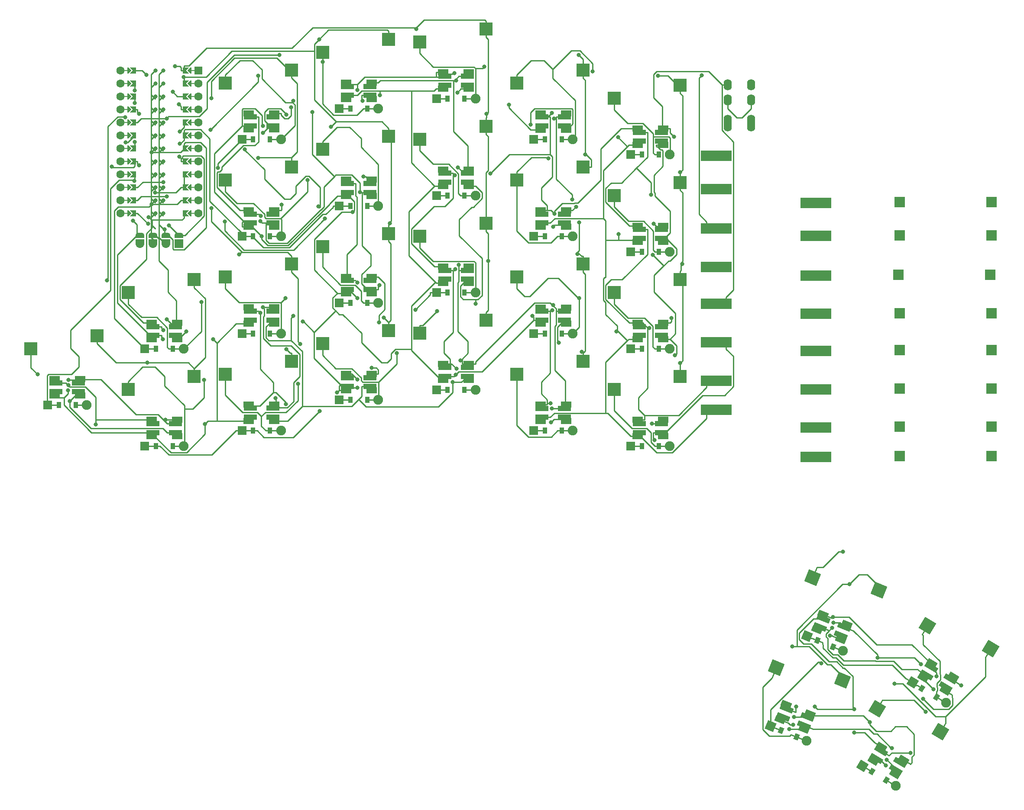
<source format=gbr>
%TF.GenerationSoftware,KiCad,Pcbnew,6.0.10-86aedd382b~118~ubuntu22.04.1*%
%TF.CreationDate,2023-01-31T17:25:27-07:00*%
%TF.ProjectId,scaarix_flow,73636161-7269-4785-9f66-6c6f772e6b69,v1.0.0*%
%TF.SameCoordinates,Original*%
%TF.FileFunction,Copper,L2,Bot*%
%TF.FilePolarity,Positive*%
%FSLAX46Y46*%
G04 Gerber Fmt 4.6, Leading zero omitted, Abs format (unit mm)*
G04 Created by KiCad (PCBNEW 6.0.10-86aedd382b~118~ubuntu22.04.1) date 2023-01-31 17:25:27*
%MOMM*%
%LPD*%
G01*
G04 APERTURE LIST*
G04 Aperture macros list*
%AMRotRect*
0 Rectangle, with rotation*
0 The origin of the aperture is its center*
0 $1 length*
0 $2 width*
0 $3 Rotation angle, in degrees counterclockwise*
0 Add horizontal line*
21,1,$1,$2,0,0,$3*%
%AMFreePoly0*
4,1,5,0.125000,-0.500000,-0.125000,-0.500000,-0.125000,0.500000,0.125000,0.500000,0.125000,-0.500000,0.125000,-0.500000,$1*%
%AMFreePoly1*
4,1,6,0.600000,0.200000,0.000000,-0.400000,-0.600000,0.200000,-0.600000,0.400000,0.600000,0.400000,0.600000,0.200000,0.600000,0.200000,$1*%
%AMFreePoly2*
4,1,49,0.004773,0.123721,0.009154,0.124665,0.028961,0.117240,0.062500,0.108253,0.068237,0.102516,0.075053,0.099961,0.087617,0.083136,0.108253,0.062500,0.111178,0.051584,0.117161,0.043572,0.118539,0.024114,0.125000,0.000000,0.121239,-0.014035,0.122131,-0.026629,0.113759,-0.041951,0.108253,-0.062500,0.095644,-0.075109,0.088389,-0.088388,-0.641000,-0.817776,-0.641000,-4.770224,
0.088389,-5.499612,0.109852,-5.528356,0.124665,-5.597154,0.099961,-5.663053,0.043572,-5.705161,-0.026629,-5.710131,-0.088388,-5.676389,-0.854388,-4.910388,-0.867707,-4.892552,-0.871189,-4.889530,-0.871982,-4.886826,-0.875852,-4.881644,-0.882331,-4.851549,-0.891000,-4.822000,-0.891000,-0.766000,-0.887805,-0.743969,-0.888131,-0.739371,-0.886780,-0.736898,-0.885852,-0.730498,-0.869151,-0.704632,
-0.854388,-0.677612,-0.088388,0.088389,-0.064606,0.106147,-0.062500,0.108253,-0.061385,0.108552,-0.059644,0.109852,-0.043806,0.113262,0.000000,0.125000,0.004773,0.123721,0.004773,0.123721,$1*%
%AMFreePoly3*
4,1,6,0.600000,-0.250000,-0.600000,-0.250000,-0.600000,1.000000,0.000000,0.400000,0.600000,1.000000,0.600000,-0.250000,0.600000,-0.250000,$1*%
%AMFreePoly4*
4,1,22,0.500000,-0.850000,0.000000,-0.850000,0.000000,-0.845033,-0.079941,-0.843568,-0.215256,-0.801293,-0.333266,-0.722738,-0.424486,-0.614219,-0.481581,-0.484460,-0.499164,-0.350000,-0.500000,-0.350000,-0.500000,0.350000,-0.499164,0.350000,-0.499963,0.356109,-0.478152,0.496186,-0.417904,0.624511,-0.324060,0.730769,-0.204165,0.806417,-0.067858,0.845374,0.000000,0.844959,0.000000,0.850000,
0.500000,0.850000,0.500000,-0.850000,0.500000,-0.850000,$1*%
%AMFreePoly5*
4,1,20,-0.850000,0.850000,0.000000,0.850000,0.115358,0.842136,0.293503,0.797719,0.457955,0.716085,0.601041,0.601041,0.716085,0.457955,0.797719,0.293503,0.842136,0.115358,0.850000,0.000000,0.842136,-0.115358,0.797719,-0.293503,0.716085,-0.457955,0.601041,-0.601041,0.457955,-0.716085,0.293503,-0.797719,0.115358,-0.842136,0.000000,-0.850000,-0.850000,-0.850000,-0.850000,0.850000,
-0.850000,0.850000,$1*%
G04 Aperture macros list end*
%TA.AperFunction,SMDPad,CuDef*%
%ADD10R,0.900000X1.200000*%
%TD*%
%TA.AperFunction,ComponentPad*%
%ADD11R,1.778000X1.778000*%
%TD*%
%TA.AperFunction,ComponentPad*%
%ADD12C,1.905000*%
%TD*%
%TA.AperFunction,ComponentPad*%
%ADD13RotRect,1.778000X1.778000X329.000000*%
%TD*%
%TA.AperFunction,SMDPad,CuDef*%
%ADD14RotRect,0.900000X1.200000X329.000000*%
%TD*%
%TA.AperFunction,SMDPad,CuDef*%
%ADD15R,2.550000X2.500000*%
%TD*%
%TA.AperFunction,ComponentPad*%
%ADD16RotRect,1.778000X1.778000X338.000000*%
%TD*%
%TA.AperFunction,SMDPad,CuDef*%
%ADD17RotRect,0.900000X1.200000X338.000000*%
%TD*%
%TA.AperFunction,SMDPad,CuDef*%
%ADD18RotRect,2.550000X2.500000X338.000000*%
%TD*%
%TA.AperFunction,SMDPad,CuDef*%
%ADD19FreePoly0,270.000000*%
%TD*%
%TA.AperFunction,SMDPad,CuDef*%
%ADD20FreePoly0,90.000000*%
%TD*%
%TA.AperFunction,ComponentPad*%
%ADD21R,1.600000X1.600000*%
%TD*%
%TA.AperFunction,ComponentPad*%
%ADD22C,1.600000*%
%TD*%
%TA.AperFunction,SMDPad,CuDef*%
%ADD23FreePoly1,270.000000*%
%TD*%
%TA.AperFunction,SMDPad,CuDef*%
%ADD24FreePoly1,90.000000*%
%TD*%
%TA.AperFunction,ComponentPad*%
%ADD25C,0.800000*%
%TD*%
%TA.AperFunction,SMDPad,CuDef*%
%ADD26FreePoly2,270.000000*%
%TD*%
%TA.AperFunction,SMDPad,CuDef*%
%ADD27FreePoly3,90.000000*%
%TD*%
%TA.AperFunction,SMDPad,CuDef*%
%ADD28FreePoly2,90.000000*%
%TD*%
%TA.AperFunction,SMDPad,CuDef*%
%ADD29FreePoly3,270.000000*%
%TD*%
%TA.AperFunction,ComponentPad*%
%ADD30O,1.600000X2.200000*%
%TD*%
%TA.AperFunction,SMDPad,CuDef*%
%ADD31FreePoly4,270.000000*%
%TD*%
%TA.AperFunction,ComponentPad*%
%ADD32R,1.700000X1.700000*%
%TD*%
%TA.AperFunction,ComponentPad*%
%ADD33FreePoly5,270.000000*%
%TD*%
%TA.AperFunction,ComponentPad*%
%ADD34R,2.000000X2.000000*%
%TD*%
%TA.AperFunction,SMDPad,CuDef*%
%ADD35RotRect,2.550000X2.500000X329.000000*%
%TD*%
%TA.AperFunction,SMDPad,CuDef*%
%ADD36R,2.600000X1.000000*%
%TD*%
%TA.AperFunction,SMDPad,CuDef*%
%ADD37R,2.000000X1.200000*%
%TD*%
%TA.AperFunction,SMDPad,CuDef*%
%ADD38R,2.200000X2.000000*%
%TD*%
%TA.AperFunction,ComponentPad*%
%ADD39R,6.000000X2.000000*%
%TD*%
%TA.AperFunction,SMDPad,CuDef*%
%ADD40RotRect,2.600000X1.000000X158.000000*%
%TD*%
%TA.AperFunction,SMDPad,CuDef*%
%ADD41RotRect,2.000000X1.200000X158.000000*%
%TD*%
%TA.AperFunction,SMDPad,CuDef*%
%ADD42RotRect,2.600000X1.000000X149.000000*%
%TD*%
%TA.AperFunction,SMDPad,CuDef*%
%ADD43RotRect,2.000000X1.200000X149.000000*%
%TD*%
%TA.AperFunction,ViaPad*%
%ADD44C,0.800000*%
%TD*%
%TA.AperFunction,Conductor*%
%ADD45C,0.250000*%
%TD*%
G04 APERTURE END LIST*
D10*
%TO.P,D6,1*%
%TO.N,P4*%
X167450000Y-84800000D03*
D11*
X165290000Y-84800000D03*
D12*
%TO.P,D6,2*%
%TO.N,pinkie_top*%
X172910000Y-84800000D03*
D10*
X170750000Y-84800000D03*
%TD*%
%TO.P,D9,1*%
%TO.N,P0*%
X186450000Y-97800000D03*
D11*
X184290000Y-97800000D03*
D12*
%TO.P,D9,2*%
%TO.N,ring_home*%
X191910000Y-97800000D03*
D10*
X189750000Y-97800000D03*
%TD*%
D13*
%TO.P,D27,1*%
%TO.N,P18*%
X296327893Y-172089405D03*
D14*
X298179374Y-173201887D03*
%TO.P,D27,2*%
%TO.N,2_top*%
X301008026Y-174901513D03*
D12*
X302859507Y-176013995D03*
%TD*%
D15*
%TO.P,S15,1*%
%TO.N,middle_num*%
X200015000Y-46760000D03*
%TO.P,S15,2*%
%TO.N,P9*%
X212942000Y-44220000D03*
%TD*%
%TO.P,S10,1*%
%TO.N,ring_top*%
X181015000Y-67760000D03*
%TO.P,S10,2*%
%TO.N,P8*%
X193942000Y-65220000D03*
%TD*%
%TO.P,S3,1*%
%TO.N,tab_home*%
X143015000Y-95760000D03*
%TO.P,S3,2*%
%TO.N,P5*%
X155942000Y-93220000D03*
%TD*%
%TO.P,S22,1*%
%TO.N,far_top*%
X238015000Y-76760000D03*
%TO.P,S22,2*%
%TO.N,P20*%
X250942000Y-74220000D03*
%TD*%
%TO.P,S20,1*%
%TO.N,far_bottom*%
X238015000Y-114760000D03*
%TO.P,S20,2*%
%TO.N,P20*%
X250942000Y-112220000D03*
%TD*%
D11*
%TO.P,D19,1*%
%TO.N,P14*%
X222290000Y-65800000D03*
D10*
X224450000Y-65800000D03*
%TO.P,D19,2*%
%TO.N,index_num*%
X227750000Y-65800000D03*
D12*
X229910000Y-65800000D03*
%TD*%
D15*
%TO.P,S16,1*%
%TO.N,index_bottom*%
X219015000Y-111760000D03*
%TO.P,S16,2*%
%TO.N,P21*%
X231942000Y-109220000D03*
%TD*%
D16*
%TO.P,D25,1*%
%TO.N,P18*%
X275700830Y-163024949D03*
D17*
X277703547Y-163834099D03*
%TO.P,D25,2*%
%TO.N,1_top*%
X280763253Y-165070301D03*
D12*
X282765970Y-165879451D03*
%TD*%
D15*
%TO.P,S9,1*%
%TO.N,ring_home*%
X181015000Y-86760000D03*
%TO.P,S9,2*%
%TO.N,P8*%
X193942000Y-84220000D03*
%TD*%
D11*
%TO.P,D3,1*%
%TO.N,P0*%
X146290000Y-106800000D03*
D10*
X148450000Y-106800000D03*
%TO.P,D3,2*%
%TO.N,tab_home*%
X151750000Y-106800000D03*
D12*
X153910000Y-106800000D03*
%TD*%
D15*
%TO.P,S19,1*%
%TO.N,index_num*%
X219015000Y-54760000D03*
%TO.P,S19,2*%
%TO.N,P21*%
X231942000Y-52220000D03*
%TD*%
D10*
%TO.P,D14,1*%
%TO.N,P4*%
X205450000Y-76800000D03*
D11*
X203290000Y-76800000D03*
D10*
%TO.P,D14,2*%
%TO.N,middle_top*%
X208750000Y-76800000D03*
D12*
X210910000Y-76800000D03*
%TD*%
D10*
%TO.P,D17,1*%
%TO.N,P0*%
X224450000Y-103800000D03*
D11*
X222290000Y-103800000D03*
D12*
%TO.P,D17,2*%
%TO.N,index_home*%
X229910000Y-103800000D03*
D10*
X227750000Y-103800000D03*
%TD*%
D11*
%TO.P,D8,1*%
%TO.N,P15*%
X184290000Y-116800000D03*
D10*
X186450000Y-116800000D03*
D12*
%TO.P,D8,2*%
%TO.N,ring_bottom*%
X191910000Y-116800000D03*
D10*
X189750000Y-116800000D03*
%TD*%
D15*
%TO.P,S4,1*%
%TO.N,pinkie_bottom*%
X162015000Y-111760000D03*
%TO.P,S4,2*%
%TO.N,P6*%
X174942000Y-109220000D03*
%TD*%
D11*
%TO.P,D1,1*%
%TO.N,P15*%
X127290000Y-117800000D03*
D10*
X129450000Y-117800000D03*
%TO.P,D1,2*%
%TO.N,single_bottom*%
X132750000Y-117800000D03*
D12*
X134910000Y-117800000D03*
%TD*%
D11*
%TO.P,D22,1*%
%TO.N,P4*%
X241290000Y-87800000D03*
D10*
X243450000Y-87800000D03*
D12*
%TO.P,D22,2*%
%TO.N,far_top*%
X248910000Y-87800000D03*
D10*
X246750000Y-87800000D03*
%TD*%
D15*
%TO.P,S11,1*%
%TO.N,ring_num*%
X181015000Y-48760000D03*
%TO.P,S11,2*%
%TO.N,P8*%
X193942000Y-46220000D03*
%TD*%
D10*
%TO.P,D16,1*%
%TO.N,P15*%
X224450000Y-122800000D03*
D11*
X222290000Y-122800000D03*
D12*
%TO.P,D16,2*%
%TO.N,index_bottom*%
X229910000Y-122800000D03*
D10*
X227750000Y-122800000D03*
%TD*%
D18*
%TO.P,S25,1*%
%TO.N,1_top*%
X276799903Y-151561965D03*
%TO.P,S25,2*%
%TO.N,P10*%
X289737110Y-154049458D03*
%TD*%
D19*
%TO.P,MCU1,*%
%TO.N,*%
X155450000Y-57410000D03*
X155450000Y-62490000D03*
D20*
X142750000Y-52330000D03*
D21*
X156720000Y-52330000D03*
D19*
X155450000Y-72650000D03*
D22*
X141480000Y-77730000D03*
D23*
X154942000Y-65030000D03*
D20*
X142750000Y-80270000D03*
D19*
X155450000Y-65030000D03*
D20*
X142750000Y-57410000D03*
D23*
X154942000Y-54870000D03*
D20*
X142750000Y-65030000D03*
D24*
X143258000Y-57410000D03*
D20*
X142750000Y-72650000D03*
D19*
X155450000Y-67570000D03*
D23*
X154942000Y-52330000D03*
D22*
X156720000Y-80270000D03*
D23*
X154942000Y-57410000D03*
D20*
X142750000Y-59950000D03*
D23*
X154942000Y-59950000D03*
D24*
X143258000Y-62490000D03*
D22*
X141480000Y-62490000D03*
D24*
X143258000Y-80270000D03*
D20*
X142750000Y-54870000D03*
X142750000Y-67570000D03*
D23*
X154942000Y-72650000D03*
D19*
X155450000Y-77730000D03*
D22*
X141480000Y-72650000D03*
X156720000Y-65030000D03*
X156720000Y-67570000D03*
X141480000Y-52330000D03*
D19*
X155450000Y-54870000D03*
D24*
X143258000Y-75190000D03*
D22*
X156720000Y-62490000D03*
D23*
X154942000Y-67570000D03*
D19*
X155450000Y-80270000D03*
D22*
X141480000Y-75190000D03*
D19*
X155450000Y-70110000D03*
D22*
X141480000Y-59950000D03*
D24*
X143258000Y-52330000D03*
D20*
X142750000Y-77730000D03*
D19*
X155450000Y-59950000D03*
X155450000Y-52330000D03*
D23*
X154942000Y-77730000D03*
X154942000Y-80270000D03*
D20*
X142750000Y-62490000D03*
D22*
X156720000Y-57410000D03*
D23*
X154942000Y-75190000D03*
D24*
X143258000Y-72650000D03*
D23*
X154942000Y-70110000D03*
D22*
X156720000Y-54870000D03*
X156720000Y-59950000D03*
X156720000Y-70110000D03*
D24*
X143258000Y-77730000D03*
X143258000Y-70110000D03*
D19*
X155450000Y-75190000D03*
D20*
X142750000Y-75190000D03*
D22*
X141480000Y-70110000D03*
X141480000Y-57410000D03*
D24*
X143258000Y-59950000D03*
X143258000Y-65030000D03*
X143258000Y-67570000D03*
D22*
X156720000Y-52330000D03*
X141480000Y-67570000D03*
X156720000Y-72650000D03*
X156720000Y-75190000D03*
X141480000Y-65030000D03*
D24*
X143258000Y-54870000D03*
D22*
X156720000Y-77730000D03*
D20*
X142750000Y-70110000D03*
D23*
X154942000Y-62490000D03*
D22*
X141480000Y-54870000D03*
X141480000Y-80270000D03*
D25*
%TO.P,MCU1,1*%
%TO.N,RAW*%
X149862000Y-52330000D03*
D26*
X149862000Y-52330000D03*
D27*
X144274000Y-52330000D03*
%TO.P,MCU1,2*%
%TO.N,GND*%
X144274000Y-54870000D03*
D25*
X149862000Y-54870000D03*
D26*
X149862000Y-54870000D03*
%TO.P,MCU1,3*%
%TO.N,RST*%
X149862000Y-57410000D03*
D27*
X144274000Y-57410000D03*
D25*
X149862000Y-57410000D03*
D27*
%TO.P,MCU1,4*%
%TO.N,VCC*%
X144274000Y-59950000D03*
D25*
X149862000Y-59950000D03*
D26*
X149862000Y-59950000D03*
D25*
%TO.P,MCU1,5*%
%TO.N,P21*%
X149862000Y-62490000D03*
D26*
X149862000Y-62490000D03*
D27*
X144274000Y-62490000D03*
%TO.P,MCU1,6*%
%TO.N,P20*%
X144274000Y-65030000D03*
D25*
X149862000Y-65030000D03*
D26*
X149862000Y-65030000D03*
%TO.P,MCU1,7*%
%TO.N,P19*%
X149862000Y-67570000D03*
D27*
X144274000Y-67570000D03*
D25*
X149862000Y-67570000D03*
D27*
%TO.P,MCU1,8*%
%TO.N,P18*%
X144274000Y-70110000D03*
D26*
X149862000Y-70110000D03*
D25*
X149862000Y-70110000D03*
%TO.P,MCU1,9*%
%TO.N,P15*%
X149862000Y-72650000D03*
D26*
X149862000Y-72650000D03*
D27*
X144274000Y-72650000D03*
D25*
%TO.P,MCU1,10*%
%TO.N,P14*%
X149862000Y-75190000D03*
D26*
X149862000Y-75190000D03*
D27*
X144274000Y-75190000D03*
D25*
%TO.P,MCU1,11*%
%TO.N,P16*%
X149862000Y-77730000D03*
D26*
X149862000Y-77730000D03*
D27*
X144274000Y-77730000D03*
D26*
%TO.P,MCU1,12*%
%TO.N,P10*%
X149862000Y-80270000D03*
D25*
X149862000Y-80270000D03*
D27*
X144274000Y-80270000D03*
D25*
%TO.P,MCU1,13*%
%TO.N,P1*%
X148338000Y-80270000D03*
D28*
X148338000Y-80270000D03*
D29*
X153926000Y-80270000D03*
D25*
%TO.P,MCU1,14*%
%TO.N,P0*%
X148338000Y-77730000D03*
D29*
X153926000Y-77730000D03*
D28*
X148338000Y-77730000D03*
D29*
%TO.P,MCU1,15*%
%TO.N,GND*%
X153926000Y-75190000D03*
D28*
X148338000Y-75190000D03*
D25*
X148338000Y-75190000D03*
D29*
%TO.P,MCU1,16*%
X153926000Y-72650000D03*
D28*
X148338000Y-72650000D03*
D25*
X148338000Y-72650000D03*
D28*
%TO.P,MCU1,17*%
%TO.N,P2*%
X148338000Y-70110000D03*
D25*
X148338000Y-70110000D03*
D29*
X153926000Y-70110000D03*
D25*
%TO.P,MCU1,18*%
%TO.N,P3*%
X148338000Y-67570000D03*
D29*
X153926000Y-67570000D03*
D28*
X148338000Y-67570000D03*
%TO.P,MCU1,19*%
%TO.N,P4*%
X148338000Y-65030000D03*
D25*
X148338000Y-65030000D03*
D29*
X153926000Y-65030000D03*
%TO.P,MCU1,20*%
%TO.N,P5*%
X153926000Y-62490000D03*
D25*
X148338000Y-62490000D03*
D28*
X148338000Y-62490000D03*
D29*
%TO.P,MCU1,21*%
%TO.N,P6*%
X153926000Y-59950000D03*
D25*
X148338000Y-59950000D03*
D28*
X148338000Y-59950000D03*
%TO.P,MCU1,22*%
%TO.N,P7*%
X148338000Y-57410000D03*
D25*
X148338000Y-57410000D03*
D29*
X153926000Y-57410000D03*
D28*
%TO.P,MCU1,23*%
%TO.N,P8*%
X148338000Y-54870000D03*
D25*
X148338000Y-54870000D03*
D29*
X153926000Y-54870000D03*
%TO.P,MCU1,24*%
%TO.N,P9*%
X153926000Y-52330000D03*
D25*
X148338000Y-52330000D03*
D28*
X148338000Y-52330000D03*
%TD*%
D11*
%TO.P,D4,1*%
%TO.N,P15*%
X165290000Y-122800000D03*
D10*
X167450000Y-122800000D03*
%TO.P,D4,2*%
%TO.N,pinkie_bottom*%
X170750000Y-122800000D03*
D12*
X172910000Y-122800000D03*
%TD*%
D15*
%TO.P,S23,1*%
%TO.N,far_num*%
X238015000Y-57760000D03*
%TO.P,S23,2*%
%TO.N,P20*%
X250942000Y-55220000D03*
%TD*%
D30*
%TO.P,TRRS,1*%
%TO.N,GND*%
X260200000Y-63200000D03*
X264800000Y-63200000D03*
%TO.P,TRRS,2*%
X260200000Y-62100000D03*
X264800000Y-62100000D03*
%TO.P,TRRS,3*%
%TO.N,P7*%
X260200000Y-58100000D03*
X264800000Y-58100000D03*
%TO.P,TRRS,4*%
%TO.N,VCC*%
X260200000Y-55100000D03*
X264800000Y-55100000D03*
%TD*%
D11*
%TO.P,D15,1*%
%TO.N,P14*%
X203290000Y-57800000D03*
D10*
X205450000Y-57800000D03*
D12*
%TO.P,D15,2*%
%TO.N,middle_num*%
X210910000Y-57800000D03*
D10*
X208750000Y-57800000D03*
%TD*%
D31*
%TO.P,OLED1,1*%
%TO.N,GND*%
X145280000Y-84549000D03*
%TO.P,OLED1,2*%
%TO.N,VCC*%
X147820000Y-84549000D03*
%TO.P,OLED1,3*%
%TO.N,P3*%
X150360000Y-84549000D03*
%TO.P,OLED1,4*%
%TO.N,P2*%
X152900000Y-84549000D03*
D32*
%TO.P,OLED1,5*%
%TO.N,N/C*%
X152900000Y-86200000D03*
D33*
%TO.P,OLED1,6*%
X150360000Y-86200000D03*
%TO.P,OLED1,7*%
X147820000Y-86200000D03*
%TO.P,OLED1,8*%
X145280000Y-86200000D03*
%TD*%
D11*
%TO.P,D20,1*%
%TO.N,P15*%
X241290000Y-125800000D03*
D10*
X243450000Y-125800000D03*
%TO.P,D20,2*%
%TO.N,far_bottom*%
X246750000Y-125800000D03*
D12*
X248910000Y-125800000D03*
%TD*%
D15*
%TO.P,S21,1*%
%TO.N,far_home*%
X238015000Y-95760000D03*
%TO.P,S21,2*%
%TO.N,P20*%
X250942000Y-93220000D03*
%TD*%
%TO.P,S2,1*%
%TO.N,tab_bottom*%
X143015000Y-114760000D03*
%TO.P,S2,2*%
%TO.N,P5*%
X155942000Y-112220000D03*
%TD*%
D11*
%TO.P,D2,1*%
%TO.N,P15*%
X146290000Y-125800000D03*
D10*
X148450000Y-125800000D03*
%TO.P,D2,2*%
%TO.N,tab_bottom*%
X151750000Y-125800000D03*
D12*
X153910000Y-125800000D03*
%TD*%
D15*
%TO.P,S8,1*%
%TO.N,ring_bottom*%
X181015000Y-105760000D03*
%TO.P,S8,2*%
%TO.N,P8*%
X193942000Y-103220000D03*
%TD*%
D10*
%TO.P,D5,1*%
%TO.N,P0*%
X167450000Y-103800000D03*
D11*
X165290000Y-103800000D03*
D12*
%TO.P,D5,2*%
%TO.N,pinkie_home*%
X172910000Y-103800000D03*
D10*
X170750000Y-103800000D03*
%TD*%
D15*
%TO.P,S13,1*%
%TO.N,middle_home*%
X200015000Y-84760000D03*
%TO.P,S13,2*%
%TO.N,P9*%
X212942000Y-82220000D03*
%TD*%
D11*
%TO.P,D7,1*%
%TO.N,P14*%
X165290000Y-65800000D03*
D10*
X167450000Y-65800000D03*
%TO.P,D7,2*%
%TO.N,pinkie_num*%
X170750000Y-65800000D03*
D12*
X172910000Y-65800000D03*
%TD*%
D15*
%TO.P,S1,1*%
%TO.N,single_bottom*%
X124015000Y-106760000D03*
%TO.P,S1,2*%
%TO.N,P5*%
X136942000Y-104220000D03*
%TD*%
D10*
%TO.P,D13,1*%
%TO.N,P0*%
X205450000Y-95800000D03*
D11*
X203290000Y-95800000D03*
D12*
%TO.P,D13,2*%
%TO.N,middle_home*%
X210910000Y-95800000D03*
D10*
X208750000Y-95800000D03*
%TD*%
D15*
%TO.P,S5,1*%
%TO.N,pinkie_home*%
X162015000Y-92760000D03*
%TO.P,S5,2*%
%TO.N,P6*%
X174942000Y-90220000D03*
%TD*%
D14*
%TO.P,D26,1*%
%TO.N,P19*%
X288393674Y-189487987D03*
D13*
X286542193Y-188375505D03*
D12*
%TO.P,D26,2*%
%TO.N,2_bottom*%
X293073807Y-192300095D03*
D14*
X291222326Y-191187613D03*
%TD*%
D34*
%TO.P,J3,1,Pin_1*%
%TO.N,P10*%
X293800000Y-78050000D03*
%TO.P,J3,2,Pin_2*%
%TO.N,P16*%
X293800000Y-84550000D03*
%TO.P,J3,3,Pin_3*%
%TO.N,P18*%
X293550000Y-92300000D03*
%TO.P,J3,4,Pin_4*%
%TO.N,P19*%
X293800000Y-99800000D03*
%TO.P,J3,5,Pin_5*%
%TO.N,VCC*%
X293800000Y-107050000D03*
%TO.P,J3,6,Pin_6*%
%TO.N,D1*%
X293800000Y-114550000D03*
%TO.P,J3,7,Pin_6*%
%TO.N,P1*%
X293800000Y-122050000D03*
%TO.P,J3,8,Pin_6*%
%TO.N,GND*%
X293800000Y-127800000D03*
%TD*%
D10*
%TO.P,D18,1*%
%TO.N,P4*%
X224450000Y-84800000D03*
D11*
X222290000Y-84800000D03*
D12*
%TO.P,D18,2*%
%TO.N,index_top*%
X229910000Y-84800000D03*
D10*
X227750000Y-84800000D03*
%TD*%
D35*
%TO.P,S27,1*%
%TO.N,2_top*%
X299206666Y-160939450D03*
%TO.P,S27,2*%
%TO.N,P16*%
X311595465Y-165420143D03*
%TD*%
D15*
%TO.P,S6,1*%
%TO.N,pinkie_top*%
X162015000Y-73760000D03*
%TO.P,S6,2*%
%TO.N,P6*%
X174942000Y-71220000D03*
%TD*%
D34*
%TO.P,J4,1,Pin_1*%
%TO.N,P10*%
X311800000Y-78050000D03*
%TO.P,J4,2,Pin_2*%
%TO.N,P16*%
X311800000Y-84550000D03*
%TO.P,J4,3,Pin_3*%
%TO.N,P18*%
X311550000Y-92300000D03*
%TO.P,J4,4,Pin_4*%
%TO.N,P19*%
X311800000Y-99800000D03*
%TO.P,J4,5,Pin_5*%
%TO.N,VCC*%
X311800000Y-107050000D03*
%TO.P,J4,6,Pin_6*%
%TO.N,D1*%
X311800000Y-114550000D03*
%TO.P,J4,7*%
%TO.N,P1*%
X311800000Y-122050000D03*
%TO.P,J4,8*%
%TO.N,GND*%
X311800000Y-127800000D03*
%TD*%
D15*
%TO.P,S12,1*%
%TO.N,middle_bottom*%
X200015000Y-103760000D03*
%TO.P,S12,2*%
%TO.N,P9*%
X212942000Y-101220000D03*
%TD*%
%TO.P,S7,1*%
%TO.N,pinkie_num*%
X162015000Y-54760000D03*
%TO.P,S7,2*%
%TO.N,P6*%
X174942000Y-52220000D03*
%TD*%
%TO.P,S14,1*%
%TO.N,middle_top*%
X200015000Y-65760000D03*
%TO.P,S14,2*%
%TO.N,P9*%
X212942000Y-63220000D03*
%TD*%
%TO.P,S18,1*%
%TO.N,index_top*%
X219015000Y-73760000D03*
%TO.P,S18,2*%
%TO.N,P21*%
X231942000Y-71220000D03*
%TD*%
D10*
%TO.P,D21,1*%
%TO.N,P0*%
X243450000Y-106800000D03*
D11*
X241290000Y-106800000D03*
D12*
%TO.P,D21,2*%
%TO.N,far_home*%
X248910000Y-106800000D03*
D10*
X246750000Y-106800000D03*
%TD*%
D11*
%TO.P,D11,1*%
%TO.N,P14*%
X184290000Y-59800000D03*
D10*
X186450000Y-59800000D03*
D12*
%TO.P,D11,2*%
%TO.N,ring_num*%
X191910000Y-59800000D03*
D10*
X189750000Y-59800000D03*
%TD*%
D15*
%TO.P,S17,1*%
%TO.N,index_home*%
X219015000Y-92760000D03*
%TO.P,S17,2*%
%TO.N,P21*%
X231942000Y-90220000D03*
%TD*%
D17*
%TO.P,D24,1*%
%TO.N,P19*%
X270585947Y-181450499D03*
D16*
X268583230Y-180641349D03*
D17*
%TO.P,D24,2*%
%TO.N,1_bottom*%
X273645653Y-182686701D03*
D12*
X275648370Y-183495851D03*
%TD*%
D18*
%TO.P,S24,1*%
%TO.N,1_bottom*%
X269682403Y-169178465D03*
%TO.P,S24,2*%
%TO.N,P10*%
X282619610Y-171665958D03*
%TD*%
D11*
%TO.P,D10,1*%
%TO.N,P4*%
X184290000Y-78800000D03*
D10*
X186450000Y-78800000D03*
D12*
%TO.P,D10,2*%
%TO.N,ring_top*%
X191910000Y-78800000D03*
D10*
X189750000Y-78800000D03*
%TD*%
D35*
%TO.P,S26,1*%
%TO.N,2_bottom*%
X289420966Y-177225650D03*
%TO.P,S26,2*%
%TO.N,P16*%
X301809765Y-181706343D03*
%TD*%
D11*
%TO.P,D23,1*%
%TO.N,P14*%
X241290000Y-68800000D03*
D10*
X243450000Y-68800000D03*
D12*
%TO.P,D23,2*%
%TO.N,far_num*%
X248910000Y-68800000D03*
D10*
X246750000Y-68800000D03*
%TD*%
%TO.P,D12,1*%
%TO.N,P15*%
X205450000Y-114800000D03*
D11*
X203290000Y-114800000D03*
D10*
%TO.P,D12,2*%
%TO.N,middle_bottom*%
X208750000Y-114800000D03*
D12*
X210910000Y-114800000D03*
%TD*%
D36*
%TO.P,LED37,1*%
%TO.N,VCC*%
X190300000Y-74425000D03*
%TO.P,LED37,2*%
%TO.N,D1*%
X190300000Y-76175000D03*
%TO.P,LED37,3*%
%TO.N,GND*%
X185900000Y-76175000D03*
%TO.P,LED37,4*%
%TO.N,P1*%
X185900000Y-74425000D03*
D37*
%TO.P,LED37,11*%
%TO.N,VCC*%
X190600000Y-73700000D03*
%TO.P,LED37,22*%
%TO.N,D1*%
X190600000Y-76900000D03*
%TO.P,LED37,33*%
%TO.N,GND*%
X185600000Y-76900000D03*
%TO.P,LED37,44*%
%TO.N,P1*%
X185600000Y-73700000D03*
%TD*%
D36*
%TO.P,LED29,1*%
%TO.N,VCC*%
X152300000Y-121425000D03*
%TO.P,LED29,2*%
%TO.N,D1*%
X152300000Y-123175000D03*
%TO.P,LED29,3*%
%TO.N,GND*%
X147900000Y-123175000D03*
%TO.P,LED29,4*%
%TO.N,P1*%
X147900000Y-121425000D03*
D37*
%TO.P,LED29,11*%
%TO.N,VCC*%
X152600000Y-120700000D03*
%TO.P,LED29,22*%
%TO.N,D1*%
X152600000Y-123900000D03*
%TO.P,LED29,33*%
%TO.N,GND*%
X147600000Y-123900000D03*
%TO.P,LED29,44*%
%TO.N,P1*%
X147600000Y-120700000D03*
%TD*%
D36*
%TO.P,LED41,1*%
%TO.N,VCC*%
X209300000Y-72425000D03*
%TO.P,LED41,2*%
%TO.N,D1*%
X209300000Y-74175000D03*
%TO.P,LED41,3*%
%TO.N,GND*%
X204900000Y-74175000D03*
%TO.P,LED41,4*%
%TO.N,P1*%
X204900000Y-72425000D03*
D37*
%TO.P,LED41,11*%
%TO.N,VCC*%
X209600000Y-71700000D03*
%TO.P,LED41,22*%
%TO.N,D1*%
X209600000Y-74900000D03*
%TO.P,LED41,33*%
%TO.N,GND*%
X204600000Y-74900000D03*
%TO.P,LED41,44*%
%TO.N,P1*%
X204600000Y-71700000D03*
%TD*%
D36*
%TO.P,LED31,1*%
%TO.N,VCC*%
X171300000Y-118400000D03*
%TO.P,LED31,2*%
%TO.N,D1*%
X171300000Y-120150000D03*
%TO.P,LED31,3*%
%TO.N,GND*%
X166900000Y-120150000D03*
%TO.P,LED31,4*%
%TO.N,P1*%
X166900000Y-118400000D03*
D37*
%TO.P,LED31,11*%
%TO.N,VCC*%
X171600000Y-117675000D03*
%TO.P,LED31,22*%
%TO.N,D1*%
X171600000Y-120875000D03*
%TO.P,LED31,33*%
%TO.N,GND*%
X166600000Y-120875000D03*
%TO.P,LED31,44*%
%TO.N,P1*%
X166600000Y-117675000D03*
%TD*%
D36*
%TO.P,LED43,1*%
%TO.N,VCC*%
X228300000Y-118425000D03*
%TO.P,LED43,2*%
%TO.N,D1*%
X228300000Y-120175000D03*
%TO.P,LED43,3*%
%TO.N,GND*%
X223900000Y-120175000D03*
%TO.P,LED43,4*%
%TO.N,P1*%
X223900000Y-118425000D03*
D37*
%TO.P,LED43,11*%
%TO.N,VCC*%
X228600000Y-117700000D03*
%TO.P,LED43,22*%
%TO.N,D1*%
X228600000Y-120900000D03*
%TO.P,LED43,33*%
%TO.N,GND*%
X223600000Y-120900000D03*
%TO.P,LED43,44*%
%TO.N,P1*%
X223600000Y-117700000D03*
%TD*%
D36*
%TO.P,LED39,1*%
%TO.N,VCC*%
X209300000Y-110425000D03*
%TO.P,LED39,2*%
%TO.N,D1*%
X209300000Y-112175000D03*
%TO.P,LED39,3*%
%TO.N,GND*%
X204900000Y-112175000D03*
%TO.P,LED39,4*%
%TO.N,P1*%
X204900000Y-110425000D03*
D37*
%TO.P,LED39,11*%
%TO.N,VCC*%
X209600000Y-109700000D03*
%TO.P,LED39,22*%
%TO.N,D1*%
X209600000Y-112900000D03*
%TO.P,LED39,33*%
%TO.N,GND*%
X204600000Y-112900000D03*
%TO.P,LED39,44*%
%TO.N,P1*%
X204600000Y-109700000D03*
%TD*%
D36*
%TO.P,LED36,1*%
%TO.N,VCC*%
X190300000Y-93425000D03*
%TO.P,LED36,2*%
%TO.N,D1*%
X190300000Y-95175000D03*
%TO.P,LED36,3*%
%TO.N,GND*%
X185900000Y-95175000D03*
%TO.P,LED36,4*%
%TO.N,P1*%
X185900000Y-93425000D03*
D37*
%TO.P,LED36,11*%
%TO.N,VCC*%
X190600000Y-92700000D03*
%TO.P,LED36,22*%
%TO.N,D1*%
X190600000Y-95900000D03*
%TO.P,LED36,33*%
%TO.N,GND*%
X185600000Y-95900000D03*
%TO.P,LED36,44*%
%TO.N,P1*%
X185600000Y-92700000D03*
%TD*%
D36*
%TO.P,LED47,1*%
%TO.N,VCC*%
X247300000Y-121425000D03*
%TO.P,LED47,2*%
%TO.N,D1*%
X247300000Y-123175000D03*
%TO.P,LED47,3*%
%TO.N,GND*%
X242900000Y-123175000D03*
%TO.P,LED47,4*%
%TO.N,P1*%
X242900000Y-121425000D03*
D37*
%TO.P,LED47,11*%
%TO.N,VCC*%
X247600000Y-120700000D03*
%TO.P,LED47,22*%
%TO.N,D1*%
X247600000Y-123900000D03*
%TO.P,LED47,33*%
%TO.N,GND*%
X242600000Y-123900000D03*
%TO.P,LED47,44*%
%TO.N,P1*%
X242600000Y-120700000D03*
%TD*%
D36*
%TO.P,LED38,1*%
%TO.N,VCC*%
X190300000Y-55425000D03*
%TO.P,LED38,2*%
%TO.N,D1*%
X190300000Y-57175000D03*
%TO.P,LED38,3*%
%TO.N,GND*%
X185900000Y-57175000D03*
%TO.P,LED38,4*%
%TO.N,P1*%
X185900000Y-55425000D03*
D37*
%TO.P,LED38,11*%
%TO.N,VCC*%
X190600000Y-54700000D03*
%TO.P,LED38,22*%
%TO.N,D1*%
X190600000Y-57900000D03*
%TO.P,LED38,33*%
%TO.N,GND*%
X185600000Y-57900000D03*
%TO.P,LED38,44*%
%TO.N,P1*%
X185600000Y-54700000D03*
%TD*%
D36*
%TO.P,LED42,1*%
%TO.N,VCC*%
X209300000Y-53425000D03*
%TO.P,LED42,2*%
%TO.N,D1*%
X209300000Y-55175000D03*
%TO.P,LED42,3*%
%TO.N,GND*%
X204900000Y-55175000D03*
%TO.P,LED42,4*%
%TO.N,P1*%
X204900000Y-53425000D03*
D37*
%TO.P,LED42,11*%
%TO.N,VCC*%
X209600000Y-52700000D03*
%TO.P,LED42,22*%
%TO.N,D1*%
X209600000Y-55900000D03*
%TO.P,LED42,33*%
%TO.N,GND*%
X204600000Y-55900000D03*
%TO.P,LED42,44*%
%TO.N,P1*%
X204600000Y-52700000D03*
%TD*%
D38*
%TO.P,J2,1,Pin_1*%
%TO.N,P10*%
X279350000Y-78200000D03*
D39*
X277450000Y-78200000D03*
D38*
X275550000Y-78200000D03*
%TO.P,J2,2,Pin_2*%
%TO.N,P16*%
X279350000Y-84700000D03*
D39*
X277450000Y-84700000D03*
D38*
X275550000Y-84700000D03*
%TO.P,J2,3,Pin_3*%
%TO.N,P18*%
X279350000Y-92450000D03*
X275550000Y-92450000D03*
D39*
X277450000Y-92450000D03*
%TO.P,J2,4,Pin_4*%
%TO.N,P19*%
X277450000Y-99950000D03*
D38*
X279350000Y-99950000D03*
X275550000Y-99950000D03*
%TO.P,J2,5,Pin_5*%
%TO.N,VCC*%
X279350000Y-107200000D03*
D39*
X277450000Y-107200000D03*
D38*
X275550000Y-107200000D03*
%TO.P,J2,6,Pin_6*%
%TO.N,D1*%
X275550000Y-114700000D03*
D39*
X277450000Y-114700000D03*
D38*
X279350000Y-114700000D03*
%TO.P,J2,7,Pin_6*%
%TO.N,P1*%
X275550000Y-122200000D03*
D39*
X277450000Y-122200000D03*
D38*
X279350000Y-122200000D03*
%TO.P,J2,8,Pin_6*%
%TO.N,GND*%
X279350000Y-127950000D03*
D39*
X277450000Y-127950000D03*
D38*
X275550000Y-127950000D03*
%TD*%
D36*
%TO.P,LED50,1*%
%TO.N,VCC*%
X247300000Y-64425000D03*
%TO.P,LED50,2*%
%TO.N,D1*%
X247300000Y-66175000D03*
%TO.P,LED50,3*%
%TO.N,GND*%
X242900000Y-66175000D03*
%TO.P,LED50,4*%
%TO.N,P1*%
X242900000Y-64425000D03*
D37*
%TO.P,LED50,11*%
%TO.N,VCC*%
X247600000Y-63700000D03*
%TO.P,LED50,22*%
%TO.N,D1*%
X247600000Y-66900000D03*
%TO.P,LED50,33*%
%TO.N,GND*%
X242600000Y-66900000D03*
%TO.P,LED50,44*%
%TO.N,P1*%
X242600000Y-63700000D03*
%TD*%
D36*
%TO.P,LED28,1*%
%TO.N,VCC*%
X133300000Y-113425000D03*
%TO.P,LED28,2*%
%TO.N,D1*%
X133300000Y-115175000D03*
%TO.P,LED28,3*%
%TO.N,GND*%
X128900000Y-115175000D03*
%TO.P,LED28,4*%
%TO.N,P1*%
X128900000Y-113425000D03*
D37*
%TO.P,LED28,11*%
%TO.N,VCC*%
X133600000Y-112700000D03*
%TO.P,LED28,22*%
%TO.N,D1*%
X133600000Y-115900000D03*
%TO.P,LED28,33*%
%TO.N,GND*%
X128600000Y-115900000D03*
%TO.P,LED28,44*%
%TO.N,P1*%
X128600000Y-112700000D03*
%TD*%
D36*
%TO.P,LED40,1*%
%TO.N,VCC*%
X209300000Y-91425000D03*
%TO.P,LED40,2*%
%TO.N,D1*%
X209300000Y-93175000D03*
%TO.P,LED40,3*%
%TO.N,GND*%
X204900000Y-93175000D03*
%TO.P,LED40,4*%
%TO.N,P1*%
X204900000Y-91425000D03*
D37*
%TO.P,LED40,11*%
%TO.N,VCC*%
X209600000Y-90700000D03*
%TO.P,LED40,22*%
%TO.N,D1*%
X209600000Y-93900000D03*
%TO.P,LED40,33*%
%TO.N,GND*%
X204600000Y-93900000D03*
%TO.P,LED40,44*%
%TO.N,P1*%
X204600000Y-90700000D03*
%TD*%
D36*
%TO.P,LED35,1*%
%TO.N,VCC*%
X190300000Y-112425000D03*
%TO.P,LED35,2*%
%TO.N,D1*%
X190300000Y-114175000D03*
%TO.P,LED35,3*%
%TO.N,GND*%
X185900000Y-114175000D03*
%TO.P,LED35,4*%
%TO.N,P1*%
X185900000Y-112425000D03*
D37*
%TO.P,LED35,11*%
%TO.N,VCC*%
X190600000Y-111700000D03*
%TO.P,LED35,22*%
%TO.N,D1*%
X190600000Y-114900000D03*
%TO.P,LED35,33*%
%TO.N,GND*%
X185600000Y-114900000D03*
%TO.P,LED35,44*%
%TO.N,P1*%
X185600000Y-111700000D03*
%TD*%
D36*
%TO.P,LED34,1*%
%TO.N,VCC*%
X171300000Y-61400000D03*
%TO.P,LED34,2*%
%TO.N,D1*%
X171300000Y-63150000D03*
%TO.P,LED34,3*%
%TO.N,GND*%
X166900000Y-63150000D03*
%TO.P,LED34,4*%
%TO.N,P1*%
X166900000Y-61400000D03*
D37*
%TO.P,LED34,11*%
%TO.N,VCC*%
X171600000Y-60675000D03*
%TO.P,LED34,22*%
%TO.N,D1*%
X171600000Y-63875000D03*
%TO.P,LED34,33*%
%TO.N,GND*%
X166600000Y-63875000D03*
%TO.P,LED34,44*%
%TO.N,P1*%
X166600000Y-60675000D03*
%TD*%
D36*
%TO.P,LED44,1*%
%TO.N,VCC*%
X228300000Y-99425000D03*
%TO.P,LED44,2*%
%TO.N,D1*%
X228300000Y-101175000D03*
%TO.P,LED44,3*%
%TO.N,GND*%
X223900000Y-101175000D03*
%TO.P,LED44,4*%
%TO.N,P1*%
X223900000Y-99425000D03*
D37*
%TO.P,LED44,11*%
%TO.N,VCC*%
X228600000Y-98700000D03*
%TO.P,LED44,22*%
%TO.N,D1*%
X228600000Y-101900000D03*
%TO.P,LED44,33*%
%TO.N,GND*%
X223600000Y-101900000D03*
%TO.P,LED44,44*%
%TO.N,P1*%
X223600000Y-98700000D03*
%TD*%
D40*
%TO.P,LED52,1*%
%TO.N,VCC*%
X282967585Y-161225349D03*
%TO.P,LED52,2*%
%TO.N,D1*%
X282312024Y-162847920D03*
%TO.P,LED52,3*%
%TO.N,GND*%
X278232415Y-161199651D03*
%TO.P,LED52,4*%
%TO.N,P1*%
X278887976Y-159577080D03*
D41*
%TO.P,LED52,11*%
%TO.N,VCC*%
X283517330Y-160665522D03*
%TO.P,LED52,22*%
%TO.N,D1*%
X282318589Y-163632511D03*
%TO.P,LED52,33*%
%TO.N,GND*%
X277682670Y-161759478D03*
%TO.P,LED52,44*%
%TO.N,P1*%
X278881411Y-158792489D03*
%TD*%
D40*
%TO.P,LED51,1*%
%TO.N,VCC*%
X275767585Y-178825349D03*
%TO.P,LED51,2*%
%TO.N,D1*%
X275112024Y-180447920D03*
%TO.P,LED51,3*%
%TO.N,GND*%
X271032415Y-178799651D03*
%TO.P,LED51,4*%
%TO.N,P1*%
X271687976Y-177177080D03*
D41*
%TO.P,LED51,11*%
%TO.N,VCC*%
X276317330Y-178265522D03*
%TO.P,LED51,22*%
%TO.N,D1*%
X275118589Y-181232511D03*
%TO.P,LED51,33*%
%TO.N,GND*%
X270482670Y-179359478D03*
%TO.P,LED51,44*%
%TO.N,P1*%
X271681411Y-176392489D03*
%TD*%
D36*
%TO.P,LED30,1*%
%TO.N,VCC*%
X152300000Y-102425000D03*
%TO.P,LED30,2*%
%TO.N,D1*%
X152300000Y-104175000D03*
%TO.P,LED30,3*%
%TO.N,GND*%
X147900000Y-104175000D03*
%TO.P,LED30,4*%
%TO.N,P1*%
X147900000Y-102425000D03*
D37*
%TO.P,LED30,11*%
%TO.N,VCC*%
X152600000Y-101700000D03*
%TO.P,LED30,22*%
%TO.N,D1*%
X152600000Y-104900000D03*
%TO.P,LED30,33*%
%TO.N,GND*%
X147600000Y-104900000D03*
%TO.P,LED30,44*%
%TO.N,P1*%
X147600000Y-101700000D03*
%TD*%
D36*
%TO.P,LED46,1*%
%TO.N,VCC*%
X228300000Y-61425000D03*
%TO.P,LED46,2*%
%TO.N,D1*%
X228300000Y-63175000D03*
%TO.P,LED46,3*%
%TO.N,GND*%
X223900000Y-63175000D03*
%TO.P,LED46,4*%
%TO.N,P1*%
X223900000Y-61425000D03*
D37*
%TO.P,LED46,11*%
%TO.N,VCC*%
X228600000Y-60700000D03*
%TO.P,LED46,22*%
%TO.N,D1*%
X228600000Y-63900000D03*
%TO.P,LED46,33*%
%TO.N,GND*%
X223600000Y-63900000D03*
%TO.P,LED46,44*%
%TO.N,P1*%
X223600000Y-60700000D03*
%TD*%
D42*
%TO.P,LED54,1*%
%TO.N,VCC*%
X303736426Y-171395562D03*
%TO.P,LED54,2*%
%TO.N,D1*%
X302835110Y-172895605D03*
%TO.P,LED54,3*%
%TO.N,GND*%
X299063574Y-170629438D03*
%TO.P,LED54,4*%
%TO.N,P1*%
X299964890Y-169129395D03*
D43*
%TO.P,LED54,11*%
%TO.N,VCC*%
X304366979Y-170928628D03*
%TO.P,LED54,22*%
%TO.N,D1*%
X302718857Y-173671563D03*
%TO.P,LED54,33*%
%TO.N,GND*%
X298433021Y-171096372D03*
%TO.P,LED54,44*%
%TO.N,P1*%
X300081143Y-168353437D03*
%TD*%
D36*
%TO.P,LED32,1*%
%TO.N,VCC*%
X171300000Y-99400000D03*
%TO.P,LED32,2*%
%TO.N,D1*%
X171300000Y-101150000D03*
%TO.P,LED32,3*%
%TO.N,GND*%
X166900000Y-101150000D03*
%TO.P,LED32,4*%
%TO.N,P1*%
X166900000Y-99400000D03*
D37*
%TO.P,LED32,11*%
%TO.N,VCC*%
X171600000Y-98675000D03*
%TO.P,LED32,22*%
%TO.N,D1*%
X171600000Y-101875000D03*
%TO.P,LED32,33*%
%TO.N,GND*%
X166600000Y-101875000D03*
%TO.P,LED32,44*%
%TO.N,P1*%
X166600000Y-98675000D03*
%TD*%
D36*
%TO.P,LED49,1*%
%TO.N,VCC*%
X247300000Y-83425000D03*
%TO.P,LED49,2*%
%TO.N,D1*%
X247300000Y-85175000D03*
%TO.P,LED49,3*%
%TO.N,GND*%
X242900000Y-85175000D03*
%TO.P,LED49,4*%
%TO.N,P1*%
X242900000Y-83425000D03*
D37*
%TO.P,LED49,11*%
%TO.N,VCC*%
X247600000Y-82700000D03*
%TO.P,LED49,22*%
%TO.N,D1*%
X247600000Y-85900000D03*
%TO.P,LED49,33*%
%TO.N,GND*%
X242600000Y-85900000D03*
%TO.P,LED49,44*%
%TO.N,P1*%
X242600000Y-82700000D03*
%TD*%
D36*
%TO.P,LED33,1*%
%TO.N,VCC*%
X171300000Y-80400000D03*
%TO.P,LED33,2*%
%TO.N,D1*%
X171300000Y-82150000D03*
%TO.P,LED33,3*%
%TO.N,GND*%
X166900000Y-82150000D03*
%TO.P,LED33,4*%
%TO.N,P1*%
X166900000Y-80400000D03*
D37*
%TO.P,LED33,11*%
%TO.N,VCC*%
X171600000Y-79675000D03*
%TO.P,LED33,22*%
%TO.N,D1*%
X171600000Y-82875000D03*
%TO.P,LED33,33*%
%TO.N,GND*%
X166600000Y-82875000D03*
%TO.P,LED33,44*%
%TO.N,P1*%
X166600000Y-79675000D03*
%TD*%
D42*
%TO.P,LED53,1*%
%TO.N,VCC*%
X293936426Y-187695562D03*
%TO.P,LED53,2*%
%TO.N,D1*%
X293035110Y-189195605D03*
%TO.P,LED53,3*%
%TO.N,GND*%
X289263574Y-186929438D03*
%TO.P,LED53,4*%
%TO.N,P1*%
X290164890Y-185429395D03*
D43*
%TO.P,LED53,11*%
%TO.N,VCC*%
X294566979Y-187228628D03*
%TO.P,LED53,22*%
%TO.N,D1*%
X292918857Y-189971563D03*
%TO.P,LED53,33*%
%TO.N,GND*%
X288633021Y-187396372D03*
%TO.P,LED53,44*%
%TO.N,P1*%
X290281143Y-184653437D03*
%TD*%
D36*
%TO.P,LED48,1*%
%TO.N,VCC*%
X247300000Y-102425000D03*
%TO.P,LED48,2*%
%TO.N,D1*%
X247300000Y-104175000D03*
%TO.P,LED48,3*%
%TO.N,GND*%
X242900000Y-104175000D03*
%TO.P,LED48,4*%
%TO.N,P1*%
X242900000Y-102425000D03*
D37*
%TO.P,LED48,11*%
%TO.N,VCC*%
X247600000Y-101700000D03*
%TO.P,LED48,22*%
%TO.N,D1*%
X247600000Y-104900000D03*
%TO.P,LED48,33*%
%TO.N,GND*%
X242600000Y-104900000D03*
%TO.P,LED48,44*%
%TO.N,P1*%
X242600000Y-101700000D03*
%TD*%
D36*
%TO.P,LED45,1*%
%TO.N,VCC*%
X228300000Y-80425000D03*
%TO.P,LED45,2*%
%TO.N,D1*%
X228300000Y-82175000D03*
%TO.P,LED45,3*%
%TO.N,GND*%
X223900000Y-82175000D03*
%TO.P,LED45,4*%
%TO.N,P1*%
X223900000Y-80425000D03*
D37*
%TO.P,LED45,11*%
%TO.N,VCC*%
X228600000Y-79700000D03*
%TO.P,LED45,22*%
%TO.N,D1*%
X228600000Y-82900000D03*
%TO.P,LED45,33*%
%TO.N,GND*%
X223600000Y-82900000D03*
%TO.P,LED45,44*%
%TO.N,P1*%
X223600000Y-79700000D03*
%TD*%
D38*
%TO.P,J1,1,Pin_1*%
%TO.N,P10*%
X256100000Y-69000000D03*
D39*
X258000000Y-69000000D03*
D38*
X259900000Y-69000000D03*
D39*
%TO.P,J1,2,Pin_2*%
%TO.N,P16*%
X258000000Y-75500000D03*
D38*
X259900000Y-75500000D03*
X256100000Y-75500000D03*
D39*
%TO.P,J1,3,Pin_3*%
%TO.N,P18*%
X258000000Y-83250000D03*
D38*
X256100000Y-83250000D03*
X259900000Y-83250000D03*
%TO.P,J1,4,Pin_4*%
%TO.N,P19*%
X259900000Y-90750000D03*
D39*
X258000000Y-90750000D03*
D38*
X256100000Y-90750000D03*
%TO.P,J1,5,Pin_5*%
%TO.N,VCC*%
X259900000Y-98000000D03*
X256100000Y-98000000D03*
D39*
X258000000Y-98000000D03*
D38*
%TO.P,J1,6,Pin_6*%
%TO.N,D1*%
X256100000Y-105500000D03*
X259900000Y-105500000D03*
D39*
X258000000Y-105500000D03*
%TO.P,J1,7,Pin_6*%
%TO.N,P1*%
X258000000Y-113000000D03*
D38*
X259900000Y-113000000D03*
X256100000Y-113000000D03*
%TO.P,J1,8,Pin_6*%
%TO.N,GND*%
X256100000Y-118750000D03*
D39*
X258000000Y-118750000D03*
D38*
X259900000Y-118750000D03*
%TD*%
D44*
%TO.N,P9*%
X152200000Y-51500000D03*
%TO.N,RAW*%
X146604600Y-53217000D03*
%TO.N,GND*%
X217437600Y-59062600D03*
X273003600Y-180310200D03*
X291104700Y-188307900D03*
X183871400Y-115303500D03*
X238753100Y-65349900D03*
X222070100Y-100349900D03*
X300446900Y-173389100D03*
X149832300Y-104920100D03*
X280648100Y-161377700D03*
X159608400Y-104900000D03*
X131252700Y-114895400D03*
X186922900Y-80015500D03*
X158039100Y-121467800D03*
X169395300Y-63175000D03*
X238838800Y-84349900D03*
X148313800Y-76193700D03*
X144326600Y-56188300D03*
X169106500Y-84781500D03*
X238476100Y-103349900D03*
X177176600Y-101475000D03*
X143944700Y-81683400D03*
X187840100Y-96850000D03*
X207028800Y-111866400D03*
X192225200Y-57175000D03*
X187800500Y-114422800D03*
%TO.N,RST*%
X144310600Y-58680000D03*
%TO.N,VCC*%
X245705600Y-82337500D03*
X305854600Y-172659400D03*
X230572100Y-78988700D03*
X145161000Y-60837000D03*
X150531400Y-101004500D03*
X174879200Y-59524700D03*
X207100000Y-54250200D03*
X171860800Y-116456400D03*
X192040000Y-101602900D03*
X207477000Y-71265400D03*
X188999200Y-73109400D03*
X190648200Y-110481100D03*
X280886200Y-160366800D03*
X297986800Y-168482100D03*
X207674900Y-90365400D03*
X150299100Y-120700000D03*
X226106100Y-98198700D03*
X245392700Y-121425000D03*
X226267700Y-61733300D03*
X225826000Y-118425000D03*
X287989600Y-179812200D03*
X249228300Y-100774900D03*
X172981600Y-78566900D03*
X229787900Y-77580100D03*
X169381100Y-98663900D03*
X131374100Y-112850000D03*
X249678100Y-65250200D03*
X273181700Y-178814600D03*
X289477400Y-167211900D03*
X207989800Y-109074800D03*
%TO.N,P21*%
X232392000Y-68794200D03*
X172566200Y-49292000D03*
X150530000Y-61724200D03*
X231644200Y-107347100D03*
X231095200Y-49243400D03*
X230875600Y-88211400D03*
X231192100Y-82058900D03*
%TO.N,P20*%
X142567700Y-66375000D03*
X251336100Y-90148400D03*
X250896400Y-109587800D03*
X159090000Y-63904800D03*
X246566200Y-53317500D03*
X168437100Y-53321000D03*
X250935700Y-72255500D03*
%TO.N,P19*%
X278460700Y-168367100D03*
X180236000Y-78951700D03*
X165845300Y-67743600D03*
X144310600Y-66300000D03*
%TO.N,P18*%
X139811200Y-71088000D03*
X255117200Y-53294500D03*
X145149000Y-70888000D03*
%TO.N,P15*%
X144185600Y-73920000D03*
X180417100Y-118974200D03*
%TO.N,P14*%
X149859700Y-74143400D03*
X160594600Y-71405600D03*
%TO.N,P16*%
X150597800Y-76994200D03*
X292811200Y-172313000D03*
%TO.N,P10*%
X181504800Y-81319000D03*
X272834200Y-165013700D03*
X284038500Y-152854400D03*
X161888700Y-81920500D03*
X146907700Y-82328600D03*
%TO.N,P1*%
X284970600Y-177290900D03*
X225942400Y-99212500D03*
X168941300Y-80751600D03*
X136651200Y-121614800D03*
X245236900Y-76600000D03*
X301037600Y-170897500D03*
X206928800Y-91212500D03*
X284970600Y-181912800D03*
X226325100Y-80351600D03*
X173834800Y-117592300D03*
X295913100Y-185830500D03*
X206860500Y-72849800D03*
X149916400Y-103150300D03*
X213790600Y-72507100D03*
X187847500Y-56166300D03*
X273575500Y-176827200D03*
X280769300Y-159238800D03*
X225554000Y-117412400D03*
X244856400Y-102669300D03*
X168890800Y-99774900D03*
X187863900Y-93802400D03*
X147033800Y-80997800D03*
X131361500Y-113872700D03*
X207191800Y-110657000D03*
X187838900Y-112802500D03*
X277210900Y-176762200D03*
X225849900Y-60649900D03*
X206801400Y-52857400D03*
%TO.N,P0*%
X199139500Y-99120300D03*
X147602200Y-78465800D03*
%TO.N,P2*%
X153039000Y-69223000D03*
X151001100Y-82650100D03*
%TO.N,P3*%
X150153800Y-83418800D03*
X147631700Y-68305800D03*
%TO.N,P4*%
X153107500Y-66683000D03*
%TO.N,P5*%
X138868300Y-93397000D03*
X153069900Y-64229400D03*
X146721900Y-109517600D03*
X142445300Y-61451700D03*
%TO.N,P6*%
X173974800Y-106878800D03*
X176675800Y-105832700D03*
X168444600Y-69437000D03*
X152906600Y-58930600D03*
X164696000Y-88343200D03*
X159313400Y-57739700D03*
X159321800Y-79263800D03*
%TO.N,P7*%
X151748200Y-56523000D03*
%TO.N,P8*%
X194189500Y-82196000D03*
X180363900Y-46220000D03*
X153910200Y-53600000D03*
X182688100Y-63362700D03*
X192998900Y-100701800D03*
%TO.N,P9*%
X213374600Y-89617000D03*
X199354500Y-44220000D03*
X213076700Y-60816100D03*
%TO.N,single_bottom*%
X125306700Y-111774800D03*
%TO.N,tab_bottom*%
X157838500Y-112897800D03*
%TO.N,tab_home*%
X157343100Y-97625300D03*
%TO.N,pinkie_bottom*%
X176185000Y-113655400D03*
%TO.N,pinkie_home*%
X173809400Y-96872300D03*
%TO.N,pinkie_top*%
X178060600Y-73760000D03*
%TO.N,pinkie_num*%
X175294800Y-58242600D03*
%TO.N,ring_bottom*%
X195531500Y-107639300D03*
%TO.N,ring_num*%
X181015000Y-50629500D03*
%TO.N,middle_bottom*%
X203390700Y-99394800D03*
%TO.N,middle_num*%
X212631000Y-51584700D03*
%TO.N,index_home*%
X231161300Y-96900400D03*
%TO.N,index_top*%
X225153300Y-69555600D03*
%TO.N,index_num*%
X233838500Y-52541500D03*
%TO.N,1_top*%
X282738600Y-146468500D03*
%TO.N,2_bottom*%
X298867700Y-177831400D03*
%TO.N,D1*%
X206487400Y-113301900D03*
X179000100Y-60453500D03*
X221701000Y-62879500D03*
X154395900Y-103349900D03*
X298390700Y-175251600D03*
X131579300Y-117042000D03*
X168861500Y-81838700D03*
X192128500Y-94349900D03*
X225673500Y-121149400D03*
X169352300Y-64552800D03*
X175284000Y-100349900D03*
X210967600Y-97931400D03*
X292296800Y-184914500D03*
X188856100Y-58294800D03*
X245941600Y-124646600D03*
X249903600Y-108080700D03*
X207374900Y-56620800D03*
X173956500Y-61005400D03*
X272229600Y-181229200D03*
X226051000Y-82874300D03*
X188325100Y-76104800D03*
X291309200Y-187189100D03*
X227189300Y-105580300D03*
X280199700Y-162865300D03*
X245555600Y-88411700D03*
%TD*%
D45*
%TO.N,P9*%
X152200000Y-51500000D02*
X153096000Y-51500000D01*
X153096000Y-51500000D02*
X153350900Y-51754900D01*
%TO.N,RAW*%
X145717600Y-52330000D02*
X146604600Y-53217000D01*
X144274000Y-52330000D02*
X145717600Y-52330000D01*
%TO.N,GND*%
X147600000Y-104475000D02*
X147600000Y-104900000D01*
X238838800Y-85537500D02*
X238838800Y-84349900D01*
X152347200Y-76193700D02*
X148313800Y-76193700D01*
X240894400Y-66900000D02*
X240598800Y-67195600D01*
X223900000Y-120175000D02*
X225525100Y-120175000D01*
X144274000Y-54870000D02*
X144274000Y-56135700D01*
X226350200Y-119349900D02*
X236365100Y-119349900D01*
X185900000Y-57175000D02*
X187525100Y-57175000D01*
X294208500Y-169543700D02*
X297351400Y-169543700D01*
X264800000Y-62100000D02*
X264800000Y-63200000D01*
X165274900Y-82023000D02*
X165348000Y-81949900D01*
X165571600Y-81949900D02*
X165623200Y-81898300D01*
X185900000Y-76600000D02*
X185862500Y-76637500D01*
X236724800Y-119349900D02*
X241274900Y-123900000D01*
X288633000Y-187396400D02*
X288714800Y-187396400D01*
X223900000Y-82175000D02*
X225525100Y-82175000D01*
X204600000Y-74900000D02*
X202901600Y-74900000D01*
X170309800Y-86541800D02*
X169106500Y-85338500D01*
X204175000Y-55900000D02*
X204900000Y-55175000D01*
X186922900Y-80015500D02*
X187243800Y-79694600D01*
X203937500Y-55900000D02*
X204175000Y-55900000D01*
X185900000Y-114422800D02*
X187800500Y-114422800D01*
X135855800Y-123175000D02*
X130485000Y-117804200D01*
X236368800Y-92794800D02*
X236361300Y-92802300D01*
X185600000Y-95900000D02*
X183922100Y-95900000D01*
X194422000Y-107689400D02*
X195236200Y-106875200D01*
X235918700Y-97296700D02*
X236368800Y-97746800D01*
X242600000Y-85900000D02*
X242600000Y-85600000D01*
X179414500Y-91392400D02*
X183922100Y-95900000D01*
X153926000Y-72650000D02*
X153926000Y-75190000D01*
X179374500Y-103520200D02*
X177329300Y-101475000D01*
X236182300Y-92802300D02*
X235918700Y-93065900D01*
X184774100Y-80015500D02*
X179414500Y-85375100D01*
X184973900Y-100045200D02*
X188690100Y-103761400D01*
X166600000Y-82875000D02*
X166900000Y-82575000D01*
X193671900Y-109476100D02*
X194422000Y-108726000D01*
X167800500Y-59742700D02*
X169224600Y-61166800D01*
X184274900Y-114048000D02*
X184348000Y-113974900D01*
X235918700Y-81300000D02*
X226400100Y-81300000D01*
X184571600Y-113974900D02*
X184623200Y-113923300D01*
X280603900Y-161377700D02*
X280648100Y-161377700D01*
X206720200Y-112175000D02*
X204900000Y-112175000D01*
X184623200Y-113923200D02*
X179374500Y-108674500D01*
X179414500Y-85375100D02*
X179414500Y-91392400D01*
X204900000Y-93175000D02*
X204900000Y-93600000D01*
X183950000Y-76900000D02*
X182440100Y-78409900D01*
X164131000Y-101875000D02*
X166600000Y-101875000D01*
X270482700Y-179359500D02*
X272057800Y-179995900D01*
X160357200Y-105648800D02*
X164131000Y-101875000D01*
X144274000Y-56135700D02*
X144326600Y-56188300D01*
X223600000Y-120900000D02*
X223900000Y-120600000D01*
X288796600Y-187396400D02*
X289263600Y-186929400D01*
X242537500Y-85537500D02*
X238838800Y-85537500D01*
X154439700Y-127083900D02*
X151383900Y-127083900D01*
X192225200Y-56349900D02*
X188689300Y-56349900D01*
X180842800Y-80007200D02*
X174308200Y-86541800D01*
X185900000Y-114600000D02*
X185900000Y-114422800D01*
X144751600Y-84549000D02*
X144751600Y-82490300D01*
X236368800Y-85537500D02*
X236368800Y-92794800D01*
X185900000Y-57600000D02*
X185900000Y-57175000D01*
X198385700Y-106875200D02*
X198385700Y-107110700D01*
X183037500Y-98789700D02*
X183571300Y-99323400D01*
X236365100Y-109424200D02*
X236365100Y-119349900D01*
X149525100Y-104175000D02*
X149525100Y-104612900D01*
X279474600Y-162565000D02*
X279474600Y-163165600D01*
X297351400Y-169543700D02*
X297494200Y-169686500D01*
X188690100Y-105559800D02*
X192606400Y-109476100D01*
X282914100Y-167834500D02*
X289074600Y-167834500D01*
X184293000Y-100045200D02*
X184973900Y-100045200D01*
X222274900Y-63899900D02*
X222274900Y-63900000D01*
X242900000Y-104600000D02*
X242600000Y-104900000D01*
X246307500Y-127105300D02*
X249418200Y-127105300D01*
X174308200Y-86541800D02*
X170309800Y-86541800D01*
X279751200Y-165576900D02*
X280794700Y-166620400D01*
X198385700Y-107110700D02*
X204175000Y-112900000D01*
X165274900Y-59920700D02*
X165452900Y-59742700D01*
X260200000Y-62100000D02*
X260200000Y-63200000D01*
X204600000Y-112900000D02*
X204175000Y-112900000D01*
X192606400Y-109476100D02*
X193671900Y-109476100D01*
X240889300Y-104900000D02*
X240585100Y-105204200D01*
X272372100Y-180310200D02*
X272057800Y-179995900D01*
X144751600Y-82490300D02*
X143944700Y-81683400D01*
X242600000Y-123900000D02*
X241274900Y-123900000D01*
X207645000Y-111250200D02*
X207028800Y-111866400D01*
X275550000Y-127950000D02*
X277450000Y-127950000D01*
X217437600Y-59641500D02*
X221696000Y-63899900D01*
X166600000Y-101875000D02*
X166900000Y-101575000D01*
X280048300Y-161933300D02*
X280048300Y-161991300D01*
X281700000Y-166620400D02*
X282914100Y-167834500D01*
X238838800Y-85537500D02*
X236368800Y-85537500D01*
X198388200Y-56349900D02*
X192225200Y-56349900D01*
X300446900Y-173389100D02*
X298937400Y-171879600D01*
X204600000Y-55900000D02*
X204175000Y-55900000D01*
X140938700Y-88361900D02*
X140938700Y-97782100D01*
X169106500Y-85338500D02*
X169106500Y-84781500D01*
X195236200Y-106875200D02*
X198385700Y-106875200D01*
X159869400Y-68555500D02*
X165274900Y-63150000D01*
X183871400Y-115303500D02*
X184274900Y-114900000D01*
X188690100Y-103761400D02*
X188690100Y-105559800D01*
X147900000Y-123600000D02*
X147900000Y-123175000D01*
X278232400Y-161209800D02*
X278232400Y-161199700D01*
X202901600Y-74900000D02*
X198388200Y-70386600D01*
X249418200Y-127105300D02*
X256100000Y-120423500D01*
X222937500Y-63900000D02*
X222274900Y-63900000D01*
X203096100Y-93721200D02*
X198385700Y-98431600D01*
X289074600Y-167834500D02*
X289177100Y-167937000D01*
X288714800Y-187396400D02*
X288796600Y-187396400D01*
X179374500Y-108674500D02*
X179374500Y-103520200D01*
X153926000Y-75190000D02*
X153350900Y-75190000D01*
X169224600Y-63004300D02*
X169395300Y-63175000D01*
X204600000Y-93900000D02*
X203274900Y-93900000D01*
X187864200Y-57175000D02*
X187525100Y-57175000D01*
X207028800Y-111866400D02*
X206720200Y-112175000D01*
X279474600Y-163165600D02*
X279751200Y-163442200D01*
X153350900Y-75190000D02*
X152347200Y-76193700D01*
X159869400Y-76144400D02*
X159869400Y-68555500D01*
X140938700Y-97782100D02*
X147615800Y-104459200D01*
X160357200Y-120875000D02*
X160357200Y-105648800D01*
X184274900Y-114900000D02*
X184274900Y-114048000D01*
X165623200Y-81898300D02*
X165623200Y-81898200D01*
X204900000Y-74175000D02*
X204900000Y-74600000D01*
X221696000Y-63899900D02*
X222274900Y-63899900D01*
X204900000Y-93600000D02*
X204600000Y-93900000D01*
X242900000Y-123876200D02*
X243078400Y-123876200D01*
X270482700Y-179359500D02*
X271032400Y-178809800D01*
X222274900Y-101175000D02*
X222274900Y-100554700D01*
X128600000Y-115900000D02*
X128750000Y-115750000D01*
X185900000Y-95600000D02*
X186590100Y-95600000D01*
X147900000Y-123175000D02*
X135855800Y-123175000D01*
X130485000Y-117804200D02*
X130485000Y-116316800D01*
X182440100Y-78409900D02*
X182440100Y-78489500D01*
X166600000Y-120875000D02*
X160357200Y-120875000D01*
X166900000Y-120575000D02*
X166600000Y-120875000D01*
X169224600Y-61166800D02*
X169224600Y-63004300D01*
X278232400Y-161199700D02*
X280048300Y-161933300D01*
X280048300Y-161991300D02*
X279474600Y-162565000D01*
X226400100Y-81300000D02*
X225525100Y-82175000D01*
X180922400Y-80007200D02*
X180842800Y-80007200D01*
X186590100Y-95600000D02*
X187840100Y-96850000D01*
X290193200Y-187396400D02*
X291104700Y-188307900D01*
X273003600Y-180310200D02*
X272372100Y-180310200D01*
X166900000Y-101575000D02*
X166900000Y-101150000D01*
X165452900Y-59742700D02*
X167800500Y-59742700D01*
X183571300Y-99323400D02*
X179374500Y-103520200D01*
X238603400Y-103222600D02*
X238476100Y-103349900D01*
X217437600Y-59062600D02*
X217437600Y-59641500D01*
X183571300Y-99323400D02*
X184293000Y-100045200D01*
X188689300Y-56349900D02*
X187864200Y-57175000D01*
X177329300Y-101475000D02*
X177176600Y-101475000D01*
X166900000Y-120150000D02*
X166900000Y-120575000D01*
X242900000Y-66600000D02*
X242600000Y-66900000D01*
X128750000Y-115750000D02*
X128900000Y-115750000D01*
X236368800Y-100079500D02*
X238603400Y-102314100D01*
X198388200Y-70386600D02*
X198388200Y-56349900D01*
X242600000Y-85600000D02*
X242537500Y-85537500D01*
X130485000Y-116316800D02*
X131252700Y-115549100D01*
X280048300Y-161933300D02*
X280603900Y-161377700D01*
X280794700Y-166620400D02*
X281700000Y-166620400D01*
X182440100Y-78489500D02*
X180922400Y-80007200D01*
X204900000Y-74600000D02*
X204600000Y-74900000D01*
X238603400Y-103222600D02*
X240585100Y-105204200D01*
X202825000Y-56349900D02*
X203274900Y-55900000D01*
X203096100Y-93721200D02*
X203274900Y-93900000D01*
X236368800Y-85537500D02*
X236368800Y-81750100D01*
X288714800Y-187396400D02*
X290193200Y-187396400D01*
X185600000Y-114900000D02*
X185900000Y-114600000D01*
X242900000Y-104175000D02*
X242900000Y-104600000D01*
X204175000Y-112900000D02*
X204900000Y-112175000D01*
X131252700Y-115549100D02*
X131252700Y-114895400D01*
X236368800Y-97746800D02*
X236368800Y-100079500D01*
X165274900Y-82875000D02*
X165274900Y-82023000D01*
X289177100Y-167937000D02*
X292601800Y-167937000D01*
X223900000Y-101175000D02*
X222274900Y-101175000D01*
X185900000Y-76175000D02*
X185900000Y-76600000D01*
X223900000Y-82600000D02*
X223900000Y-82175000D01*
X202901600Y-74900000D02*
X197906500Y-79895100D01*
X183922100Y-95900000D02*
X183037500Y-96784600D01*
X240598800Y-67195600D02*
X235918700Y-71875700D01*
X238603400Y-102314100D02*
X238603400Y-103222600D01*
X160357200Y-120875000D02*
X158631900Y-120875000D01*
X277450000Y-127950000D02*
X279350000Y-127950000D01*
X243078400Y-123876200D02*
X246307500Y-127105300D01*
X185600000Y-114900000D02*
X184274900Y-114900000D01*
X223600000Y-82900000D02*
X223900000Y-82600000D01*
X186922900Y-80015500D02*
X184774100Y-80015500D01*
X242900000Y-66175000D02*
X242900000Y-66600000D01*
X277682700Y-161759500D02*
X278232400Y-161209800D01*
X151383900Y-127083900D02*
X147900000Y-123600000D01*
X130485000Y-116316800D02*
X129466800Y-116316800D01*
X223900000Y-120600000D02*
X223900000Y-120175000D01*
X222274900Y-101175000D02*
X212199700Y-111250200D01*
X187243800Y-78018800D02*
X185862500Y-76637500D01*
X165623200Y-81898200D02*
X159869400Y-76144400D01*
X212199700Y-111250200D02*
X207645000Y-111250200D01*
X185600000Y-76900000D02*
X183950000Y-76900000D01*
X242600000Y-123900000D02*
X242623800Y-123876200D01*
X147615800Y-104459200D02*
X147600000Y-104475000D01*
X242537500Y-85537500D02*
X242900000Y-85175000D01*
X187243800Y-79694600D02*
X187243800Y-78018800D01*
X222274900Y-100554700D02*
X222070100Y-100349900D01*
X197906500Y-88531600D02*
X203096100Y-93721200D01*
X298937400Y-171096400D02*
X298937400Y-170755600D01*
X298937400Y-171879600D02*
X298937400Y-171096400D01*
X271032400Y-178809800D02*
X271032400Y-178799700D01*
X197906500Y-79895100D02*
X197906500Y-88531600D01*
X160357200Y-105648800D02*
X159608400Y-104900000D01*
X183037500Y-96784600D02*
X183037500Y-98789700D01*
X128900000Y-115750000D02*
X128900000Y-115175000D01*
X198385700Y-98431600D02*
X198385700Y-106875200D01*
X242623800Y-123876200D02*
X242900000Y-123876200D01*
X166900000Y-63575000D02*
X166600000Y-63875000D01*
X158039100Y-123484500D02*
X154439700Y-127083900D01*
X236361300Y-92802300D02*
X236182300Y-92802300D01*
X258000000Y-118750000D02*
X256100000Y-118750000D01*
X240598800Y-67195600D02*
X238753100Y-65349900D01*
X147900000Y-104175000D02*
X147615800Y-104459200D01*
X242900000Y-123876200D02*
X242900000Y-123175000D01*
X169106500Y-84781500D02*
X166900000Y-82575000D01*
X235918700Y-93065900D02*
X235918700Y-97296700D01*
X298937400Y-170755600D02*
X299063600Y-170629400D01*
X158039100Y-121467800D02*
X158039100Y-123484500D01*
X235918700Y-71875700D02*
X235918700Y-81300000D01*
X242600000Y-66900000D02*
X240894400Y-66900000D01*
X203937500Y-55900000D02*
X203274900Y-55900000D01*
X166600000Y-82875000D02*
X165274900Y-82875000D01*
X299063600Y-170629400D02*
X297494200Y-169686500D01*
X240585100Y-105204200D02*
X236365100Y-109424200D01*
X236368800Y-81750100D02*
X235918700Y-81300000D01*
X223600000Y-101900000D02*
X223175000Y-101900000D01*
X166900000Y-63150000D02*
X165274900Y-63150000D01*
X194422000Y-108726000D02*
X194422000Y-107689400D01*
X198388200Y-56349900D02*
X202825000Y-56349900D01*
X184348000Y-113974900D02*
X184571600Y-113974900D01*
X223175000Y-63900000D02*
X223900000Y-63175000D01*
X129466800Y-116316800D02*
X128900000Y-115750000D01*
X166900000Y-63150000D02*
X166900000Y-63575000D01*
X145280000Y-84549000D02*
X144751600Y-84549000D01*
X165274900Y-63150000D02*
X165274900Y-59920700D01*
X185900000Y-95175000D02*
X185900000Y-95600000D01*
X165348000Y-81949900D02*
X165571600Y-81949900D01*
X185900000Y-114422800D02*
X185900000Y-114175000D01*
X256100000Y-120423500D02*
X256100000Y-118750000D01*
X158631900Y-120875000D02*
X158039100Y-121467800D01*
X149525100Y-104612900D02*
X149832300Y-104920100D01*
X185600000Y-57900000D02*
X185900000Y-57600000D01*
X166900000Y-82575000D02*
X166900000Y-82150000D01*
X185900000Y-95600000D02*
X185600000Y-95900000D01*
X242600000Y-104900000D02*
X240889300Y-104900000D01*
X292601800Y-167937000D02*
X294208500Y-169543700D01*
X225525100Y-120175000D02*
X226350200Y-119349900D01*
X236365100Y-119349900D02*
X236724800Y-119349900D01*
X144751600Y-84549000D02*
X140938700Y-88361900D01*
X259900000Y-118750000D02*
X258000000Y-118750000D01*
X185862500Y-76637500D02*
X185600000Y-76900000D01*
X223175000Y-101900000D02*
X223900000Y-101175000D01*
X184623200Y-113923300D02*
X184623200Y-113923200D01*
X223600000Y-63900000D02*
X223175000Y-63900000D01*
X147600000Y-123900000D02*
X147900000Y-123600000D01*
X298433000Y-171096400D02*
X298937400Y-171096400D01*
X279751200Y-163442200D02*
X279751200Y-165576900D01*
X222937500Y-63900000D02*
X223175000Y-63900000D01*
X147900000Y-104175000D02*
X149525100Y-104175000D01*
X192225200Y-56349900D02*
X192225200Y-57175000D01*
%TO.N,RST*%
X144274000Y-57410000D02*
X144274000Y-58643400D01*
X144274000Y-58643400D02*
X144310600Y-58680000D01*
%TO.N,VCC*%
X286717700Y-178540300D02*
X287989600Y-179812200D01*
X171600000Y-60675000D02*
X172925100Y-60675000D01*
X245766000Y-53075600D02*
X245766000Y-57639600D01*
X293936400Y-187695600D02*
X294100000Y-187695600D01*
X259074900Y-55100000D02*
X256519000Y-52544100D01*
X207674900Y-91425000D02*
X207674900Y-93625900D01*
X275550000Y-107200000D02*
X277450000Y-107200000D01*
X305626700Y-172659400D02*
X305854600Y-172659400D01*
X289477400Y-166653000D02*
X289477400Y-167211900D01*
X190300000Y-112425000D02*
X190300000Y-112000000D01*
X171600000Y-79675000D02*
X171300000Y-79975000D01*
X169616000Y-100324800D02*
X169616000Y-98898800D01*
X190300000Y-74000000D02*
X190300000Y-74425000D01*
X228300000Y-117850000D02*
X228300000Y-118425000D01*
X152450000Y-101700000D02*
X152600000Y-101700000D01*
X192040000Y-100225400D02*
X192040000Y-101602900D01*
X210925100Y-109306300D02*
X222456600Y-97774800D01*
X209450000Y-67032700D02*
X209450000Y-71700000D01*
X247450000Y-82850000D02*
X247300000Y-82850000D01*
X209600000Y-90700000D02*
X209300000Y-91000000D01*
X169461300Y-104740300D02*
X169461300Y-100479500D01*
X174856700Y-106149300D02*
X170870300Y-106149300D01*
X133300000Y-113101300D02*
X133048700Y-112850000D01*
X260200000Y-55100000D02*
X259187500Y-55100000D01*
X149081900Y-89599700D02*
X149081900Y-85292900D01*
X175356100Y-117096500D02*
X175356100Y-113396400D01*
X176542200Y-112210300D02*
X176542200Y-107834800D01*
X226674900Y-73548600D02*
X229787900Y-76661600D01*
X208274900Y-109074800D02*
X207989800Y-109074800D01*
X296179400Y-186677400D02*
X296179400Y-187751100D01*
X190600000Y-111700000D02*
X191925100Y-111700000D01*
X248925100Y-63700000D02*
X248925100Y-64497200D01*
X210925100Y-109700000D02*
X210925100Y-109306300D01*
X292110300Y-181611600D02*
X293007500Y-180714400D01*
X284783400Y-161958900D02*
X284783400Y-161959000D01*
X247450000Y-63700000D02*
X247600000Y-63700000D01*
X170988900Y-98663900D02*
X169381100Y-98663900D01*
X207674900Y-93625900D02*
X207506100Y-93794700D01*
X144849100Y-59950000D02*
X144849100Y-60525100D01*
X226449800Y-111032500D02*
X228450000Y-113032700D01*
X226033900Y-98270900D02*
X226674900Y-98912000D01*
X247300000Y-121000000D02*
X247600000Y-120700000D01*
X172925100Y-61095400D02*
X173601600Y-61771900D01*
X171300000Y-79975000D02*
X171300000Y-80400000D01*
X247300000Y-121425000D02*
X245392700Y-121425000D01*
X172981600Y-79618500D02*
X172925100Y-79675000D01*
X261325200Y-66268200D02*
X261325200Y-95249700D01*
X148880200Y-119630300D02*
X150674900Y-121425000D01*
X208136600Y-71925000D02*
X207477000Y-71265400D01*
X151376900Y-101850000D02*
X150531400Y-101004500D01*
X190300000Y-55425000D02*
X190300000Y-55000000D01*
X172611700Y-118321000D02*
X174131600Y-118321000D01*
X209300000Y-71925000D02*
X209300000Y-72425000D01*
X282119200Y-160366800D02*
X280886200Y-160366800D01*
X153025000Y-120700000D02*
X152300000Y-121425000D01*
X190268800Y-92700000D02*
X189937500Y-92700000D01*
X208274900Y-109074800D02*
X208274900Y-109700000D01*
X228600000Y-79700000D02*
X228300000Y-80000000D01*
X282967600Y-161225300D02*
X284783400Y-161958900D01*
X209434400Y-105308000D02*
X209434400Y-107615400D01*
X169616000Y-98898800D02*
X169381100Y-98663900D01*
X275767600Y-178815200D02*
X276042500Y-178540300D01*
X191925100Y-111700000D02*
X191925100Y-110895100D01*
X176542200Y-107834800D02*
X174856700Y-106149300D01*
X207674900Y-90365400D02*
X207674900Y-91425000D01*
X152600000Y-120700000D02*
X150299100Y-120700000D01*
X174131600Y-118321000D02*
X175356100Y-117096500D01*
X152300000Y-101850000D02*
X151376900Y-101850000D01*
X193187700Y-99077700D02*
X192040000Y-100225400D01*
X228300000Y-99000000D02*
X228300000Y-99425000D01*
X171906300Y-116501900D02*
X171860800Y-116456400D01*
X171300000Y-60975000D02*
X171600000Y-60675000D01*
X209300000Y-71925000D02*
X209450000Y-71775000D01*
X247300000Y-121425000D02*
X247300000Y-121000000D01*
X275767000Y-178814600D02*
X275767600Y-178815200D01*
X247300000Y-102425000D02*
X246937500Y-102425000D01*
X149081900Y-85292900D02*
X148338000Y-84549000D01*
X305305800Y-172338500D02*
X305626700Y-172659400D01*
X173601600Y-61771900D02*
X174238200Y-61771900D01*
X171600000Y-79675000D02*
X172925100Y-79675000D01*
X133300000Y-113101300D02*
X133600000Y-112801300D01*
X247600000Y-101700000D02*
X248925100Y-101700000D01*
X228450000Y-113032700D02*
X228450000Y-117700000D01*
X228300000Y-99425000D02*
X226674900Y-99425000D01*
X294567000Y-187228600D02*
X295900700Y-188029800D01*
X189937500Y-92700000D02*
X190300000Y-93062500D01*
X228450000Y-117700000D02*
X228300000Y-117850000D01*
X133300000Y-113425000D02*
X133300000Y-113101300D01*
X171300000Y-98975000D02*
X170988900Y-98663900D01*
X282967600Y-161215200D02*
X282119200Y-160366800D01*
X228300000Y-61000000D02*
X228300000Y-61425000D01*
X209300000Y-53425000D02*
X207674900Y-53425000D01*
X226674900Y-61733300D02*
X226674900Y-73548600D01*
X207506100Y-93794700D02*
X207506100Y-103379700D01*
X169461300Y-100479500D02*
X169616000Y-100324800D01*
X133600000Y-112801300D02*
X133600000Y-112700000D01*
X293007500Y-180714400D02*
X295175000Y-180714400D01*
X171300000Y-61400000D02*
X171300000Y-60975000D01*
X226449800Y-102335800D02*
X226449800Y-111032500D01*
X228600000Y-98700000D02*
X228300000Y-99000000D01*
X296638300Y-182177700D02*
X296638300Y-186218500D01*
X191925100Y-54700000D02*
X192318800Y-54306300D01*
X190268800Y-92700000D02*
X190600000Y-92700000D01*
X247600000Y-101700000D02*
X246937500Y-101700000D01*
X171906300Y-117675000D02*
X171906300Y-116501900D01*
X192318800Y-54306300D02*
X206649800Y-54306300D01*
X248925100Y-101700000D02*
X249228300Y-101396800D01*
X248925100Y-64497200D02*
X249678100Y-65250200D01*
X249228300Y-101396800D02*
X249228300Y-100774900D01*
X247600000Y-82700000D02*
X247450000Y-82850000D01*
X294100000Y-187695600D02*
X294567000Y-187228600D01*
X296716600Y-167211900D02*
X297986800Y-168482100D01*
X148338000Y-84549000D02*
X147820000Y-84549000D01*
X228300000Y-80000000D02*
X228300000Y-80425000D01*
X190300000Y-74000000D02*
X189409400Y-73109400D01*
X189409400Y-73109400D02*
X188999200Y-73109400D01*
X277450000Y-107200000D02*
X279350000Y-107200000D01*
X171300000Y-98975000D02*
X171300000Y-99400000D01*
X226033900Y-98270900D02*
X226106100Y-98198700D01*
X229787900Y-76661600D02*
X229787900Y-77580100D01*
X152450000Y-101700000D02*
X152450000Y-97350900D01*
X289477400Y-167211900D02*
X296716600Y-167211900D01*
X273181700Y-178814600D02*
X275767000Y-178814600D01*
X247300000Y-82850000D02*
X247300000Y-83425000D01*
X303736400Y-171395600D02*
X305305800Y-172338500D01*
X172925100Y-60675000D02*
X172925100Y-61095400D01*
X276042500Y-178540300D02*
X276317300Y-178540300D01*
X229925100Y-79635700D02*
X229925100Y-79700000D01*
X276317300Y-178540300D02*
X276317300Y-178265500D01*
X209300000Y-91000000D02*
X209300000Y-91425000D01*
X296638300Y-186218500D02*
X296179400Y-186677400D01*
X209300000Y-110062500D02*
X209300000Y-110425000D01*
X190600000Y-73700000D02*
X190300000Y-74000000D01*
X190300000Y-93062500D02*
X190300000Y-93425000D01*
X304367000Y-170928600D02*
X304203400Y-170928600D01*
X209600000Y-109700000D02*
X210925100Y-109700000D01*
X226674900Y-61733300D02*
X226674900Y-61425000D01*
X190648200Y-110481200D02*
X190648200Y-110481100D01*
X245766000Y-57639600D02*
X247450000Y-59323600D01*
X150814800Y-95715700D02*
X150814800Y-91332600D01*
X259074900Y-55100000D02*
X259074900Y-64017900D01*
X208274900Y-108774900D02*
X208274900Y-109074800D01*
X152300000Y-121425000D02*
X150674900Y-121425000D01*
X193187700Y-93962600D02*
X193187700Y-99077700D01*
X209300000Y-91425000D02*
X207674900Y-91425000D01*
X144569400Y-119630300D02*
X148880200Y-119630300D01*
X171965700Y-117734300D02*
X171965700Y-117675000D01*
X152600000Y-120700000D02*
X153025000Y-120700000D01*
X247300000Y-64425000D02*
X247300000Y-63850000D01*
X209268800Y-109700000D02*
X208937500Y-109700000D01*
X230572100Y-78988700D02*
X229925100Y-79635700D01*
X209300000Y-53425000D02*
X209300000Y-53000000D01*
X137740400Y-112801300D02*
X144569400Y-119630300D01*
X228300000Y-118425000D02*
X225826000Y-118425000D01*
X246937500Y-101700000D02*
X246937500Y-102425000D01*
X287989600Y-179812200D02*
X287989600Y-180326800D01*
X282967600Y-161215200D02*
X282967600Y-161225300D01*
X261325200Y-95249700D02*
X259900000Y-96674900D01*
X228600000Y-117700000D02*
X228450000Y-117700000D01*
X226674900Y-98912000D02*
X226674900Y-99425000D01*
X247450000Y-59323600D02*
X247450000Y-63700000D01*
X247300000Y-63850000D02*
X247450000Y-63700000D01*
X190600000Y-54700000D02*
X191925100Y-54700000D01*
X228600000Y-79700000D02*
X229925100Y-79700000D01*
X171965700Y-117675000D02*
X172611700Y-118321000D01*
X207506100Y-103379700D02*
X209434400Y-105308000D01*
X246297500Y-52544100D02*
X245766000Y-53075600D01*
X209268800Y-109700000D02*
X209600000Y-109700000D01*
X284783400Y-161959000D02*
X289477400Y-166653000D01*
X190300000Y-55000000D02*
X190600000Y-54700000D01*
X191511200Y-110481200D02*
X190648200Y-110481200D01*
X171906300Y-117675000D02*
X171965700Y-117675000D01*
X190600000Y-92700000D02*
X191925100Y-92700000D01*
X191925100Y-92700000D02*
X193187700Y-93962600D01*
X208937500Y-109700000D02*
X209300000Y-110062500D01*
X228300000Y-61425000D02*
X226674900Y-61425000D01*
X144274000Y-59950000D02*
X144849100Y-59950000D01*
X289274400Y-181611600D02*
X292110300Y-181611600D01*
X150814800Y-91332600D02*
X149081900Y-89599700D01*
X152300000Y-102425000D02*
X152300000Y-101850000D01*
X287989600Y-180326800D02*
X289274400Y-181611600D01*
X207100000Y-54250200D02*
X207100000Y-53999900D01*
X226267700Y-61733300D02*
X226674900Y-61733300D01*
X259900000Y-98000000D02*
X259900000Y-96674900D01*
X170870300Y-106149300D02*
X169461300Y-104740300D01*
X259074900Y-64017900D02*
X261325200Y-66268200D01*
X304203400Y-170928600D02*
X303736400Y-171395600D01*
X283517300Y-160665500D02*
X282967600Y-161215200D01*
X144849100Y-60525100D02*
X145161000Y-60837000D01*
X295175000Y-180714400D02*
X296638300Y-182177700D01*
X247600000Y-63700000D02*
X248925100Y-63700000D01*
X191925100Y-110895100D02*
X191511200Y-110481200D01*
X133600000Y-112801300D02*
X137740400Y-112801300D01*
X171600000Y-98675000D02*
X171300000Y-98975000D01*
X209434400Y-107615400D02*
X208274900Y-108774900D01*
X226674900Y-102110700D02*
X226449800Y-102335800D01*
X258000000Y-98000000D02*
X259900000Y-98000000D01*
X256519000Y-52544100D02*
X246297500Y-52544100D01*
X207100000Y-53999900D02*
X207674900Y-53425000D01*
X206649800Y-54306300D02*
X207043900Y-54306300D01*
X275767600Y-178825300D02*
X275767600Y-178815200D01*
X190300000Y-112000000D02*
X190600000Y-111700000D01*
X175356100Y-113396400D02*
X176542200Y-112210300D01*
X296179400Y-187751100D02*
X295900700Y-188029800D01*
X174879200Y-61130900D02*
X174879200Y-59524700D01*
X228600000Y-60700000D02*
X228300000Y-61000000D01*
X226674900Y-99425000D02*
X226674900Y-102110700D01*
X209450000Y-71775000D02*
X209450000Y-71700000D01*
X208937500Y-109700000D02*
X208274900Y-109700000D01*
X276317300Y-178540300D02*
X286717700Y-178540300D01*
X133048700Y-112850000D02*
X131374100Y-112850000D01*
X172981600Y-78566900D02*
X172981600Y-79618500D01*
X247300000Y-82850000D02*
X246218100Y-82850000D01*
X206649800Y-64232500D02*
X209450000Y-67032700D01*
X222456600Y-97774800D02*
X225537700Y-97774800D01*
X171300000Y-118400000D02*
X171965700Y-117734300D01*
X209300000Y-53000000D02*
X209600000Y-52700000D01*
X207043900Y-54306300D02*
X207100000Y-54250200D01*
X209600000Y-71700000D02*
X209450000Y-71700000D01*
X259187500Y-55100000D02*
X259074900Y-55100000D01*
X152300000Y-101850000D02*
X152450000Y-101700000D01*
X174238200Y-61771900D02*
X174879200Y-61130900D01*
X246218100Y-82850000D02*
X245705600Y-82337500D01*
X171600000Y-117675000D02*
X171906300Y-117675000D01*
X152450000Y-97350900D02*
X150814800Y-95715700D01*
X225537700Y-97774800D02*
X226033900Y-98270900D01*
X258000000Y-98000000D02*
X256100000Y-98000000D01*
X206649800Y-54306300D02*
X206649800Y-64232500D01*
X209300000Y-71925000D02*
X208136600Y-71925000D01*
%TO.N,P21*%
X231942000Y-71220000D02*
X233542100Y-71220000D01*
X232397300Y-92250400D02*
X232397300Y-107189600D01*
X231942000Y-109220000D02*
X231942000Y-107644900D01*
X231942000Y-107644900D02*
X231644200Y-107347100D01*
X233542100Y-71220000D02*
X233542100Y-69800400D01*
X163752600Y-49292000D02*
X172566200Y-49292000D01*
X233542100Y-69800400D02*
X232535900Y-68794200D01*
X150923600Y-61330600D02*
X156938000Y-61330600D01*
X231942000Y-90220000D02*
X231942000Y-91795100D01*
X231192100Y-87554600D02*
X231192100Y-82058900D01*
X230875600Y-87871100D02*
X230875600Y-88211400D01*
X231942000Y-89432400D02*
X231942000Y-88644900D01*
X231649400Y-88644900D02*
X231942000Y-88644900D01*
X230875600Y-87871100D02*
X231192100Y-87554600D01*
X150530000Y-61724200D02*
X150923600Y-61330600D01*
X232535900Y-68794200D02*
X232392000Y-68794200D01*
X231942000Y-50090200D02*
X231942000Y-52220000D01*
X158464400Y-54580200D02*
X163752600Y-49292000D01*
X144274000Y-62490000D02*
X144849100Y-62490000D01*
X232397300Y-107189600D02*
X231942000Y-107644900D01*
X158464400Y-59804200D02*
X158464400Y-54580200D01*
X145614900Y-61724200D02*
X150530000Y-61724200D01*
X231942000Y-91795100D02*
X232397300Y-92250400D01*
X230875600Y-87871100D02*
X231649400Y-88644900D01*
X231942000Y-53795100D02*
X232392000Y-54245100D01*
X144849100Y-62490000D02*
X145614900Y-61724200D01*
X231942000Y-89432400D02*
X231942000Y-90220000D01*
X231942000Y-52220000D02*
X231942000Y-53795100D01*
X156938000Y-61330600D02*
X158464400Y-59804200D01*
X231095200Y-49243400D02*
X231942000Y-50090200D01*
X232392000Y-54245100D02*
X232392000Y-68794200D01*
%TO.N,P20*%
X168437100Y-53321000D02*
X168437100Y-54557700D01*
X250942000Y-92432400D02*
X250942000Y-91644900D01*
X251395100Y-71796100D02*
X250935700Y-72255500D01*
X251109200Y-89921500D02*
X251336100Y-90148400D01*
X250942000Y-55220000D02*
X250942000Y-55739600D01*
X251379000Y-89651700D02*
X251379000Y-76232100D01*
X250942000Y-56795100D02*
X251395100Y-57248200D01*
X142567700Y-66375000D02*
X142929000Y-66375000D01*
X250896400Y-109587800D02*
X250896400Y-110599300D01*
X250942000Y-72261800D02*
X250935700Y-72255500D01*
X251366900Y-109117300D02*
X250896400Y-109587800D01*
X251366900Y-92857300D02*
X251366900Y-109117300D01*
X250942000Y-55739600D02*
X250942000Y-56795100D01*
X251109200Y-91477700D02*
X251109200Y-89921500D01*
X250942000Y-93220000D02*
X250942000Y-92432400D01*
X142929000Y-66375000D02*
X144274000Y-65030000D01*
X250942000Y-74220000D02*
X250942000Y-75795100D01*
X250942000Y-91644900D02*
X251109200Y-91477700D01*
X251379000Y-76232100D02*
X250942000Y-75795100D01*
X251109200Y-89921500D02*
X251379000Y-89651700D01*
X251395100Y-57248200D02*
X251395100Y-71796100D01*
X248519900Y-53317500D02*
X246566200Y-53317500D01*
X250942000Y-55739600D02*
X248519900Y-53317500D01*
X168437100Y-54557700D02*
X159090000Y-63904800D01*
X250896400Y-110599300D02*
X250942000Y-110644900D01*
X250942000Y-92432400D02*
X251366900Y-92857300D01*
X250942000Y-112220000D02*
X250942000Y-110644900D01*
X250942000Y-74220000D02*
X250942000Y-72261800D01*
%TO.N,P19*%
X180469800Y-79107000D02*
X180430600Y-79146200D01*
X258000000Y-90750000D02*
X259900000Y-90750000D01*
X256100000Y-90750000D02*
X258000000Y-90750000D01*
X177736700Y-72999800D02*
X178354600Y-72999800D01*
X287842400Y-189156700D02*
X288173700Y-189488000D01*
X175798400Y-76362300D02*
X175798400Y-74938100D01*
X279350000Y-99950000D02*
X277450000Y-99950000D01*
X268583200Y-180641300D02*
X268583200Y-177394700D01*
X270163700Y-181279800D02*
X270415200Y-181279800D01*
X169690100Y-71761400D02*
X169690100Y-73563600D01*
X165845300Y-67916600D02*
X169690100Y-71761400D01*
X169690100Y-73563600D02*
X173607100Y-77480600D01*
X178354600Y-72999800D02*
X180543600Y-75188800D01*
X180430600Y-79146200D02*
X180236000Y-78951700D01*
X286542200Y-188375500D02*
X287842400Y-189156700D01*
X270415200Y-181279800D02*
X270585900Y-181450500D01*
X278655200Y-168172600D02*
X278460700Y-168367100D01*
X174680100Y-77480600D02*
X175798400Y-76362300D01*
X173607100Y-77480600D02*
X174680100Y-77480600D01*
X268583200Y-177394700D02*
X277914500Y-168063400D01*
X180543600Y-79107000D02*
X180469800Y-79107000D01*
X288173700Y-189488000D02*
X288393700Y-189488000D01*
X278546000Y-168063400D02*
X278655200Y-168172600D01*
X144274000Y-67570000D02*
X144274000Y-66336600D01*
X165845300Y-67743600D02*
X165845300Y-67916600D01*
X144274000Y-66336600D02*
X144310600Y-66300000D01*
X277914500Y-168063400D02*
X278546000Y-168063400D01*
X268583200Y-180641300D02*
X270163700Y-181279800D01*
X180543600Y-75188800D02*
X180543600Y-79107000D01*
X175798400Y-74938100D02*
X177736700Y-72999800D01*
X275550000Y-99950000D02*
X277450000Y-99950000D01*
%TO.N,P18*%
X256100000Y-83250000D02*
X258000000Y-83250000D01*
X144849100Y-70588100D02*
X144849100Y-70110000D01*
X259900000Y-83250000D02*
X258000000Y-83250000D01*
X275550000Y-92450000D02*
X277450000Y-92450000D01*
X144274000Y-70110000D02*
X144849100Y-70110000D01*
X281403700Y-167229400D02*
X282817800Y-168643500D01*
X144274000Y-71035100D02*
X144040700Y-71268400D01*
X254635000Y-80459900D02*
X254635000Y-53776700D01*
X144040700Y-71268400D02*
X139991600Y-71268400D01*
X254635000Y-53776700D02*
X255117200Y-53294500D01*
X278768700Y-164264500D02*
X278768700Y-164594400D01*
X277703500Y-163834100D02*
X278768700Y-164264500D01*
X292362900Y-168643500D02*
X295027600Y-171308200D01*
X278863600Y-165325900D02*
X280767100Y-167229400D01*
X256100000Y-81924900D02*
X254635000Y-80459900D01*
X296625100Y-172386600D02*
X296327900Y-172089400D01*
X280767100Y-167229400D02*
X281403700Y-167229400D01*
X282817800Y-168643500D02*
X292362900Y-168643500D01*
X276638300Y-163403700D02*
X276638300Y-163403800D01*
X139991600Y-71268400D02*
X139811200Y-71088000D01*
X144274000Y-70110000D02*
X144274000Y-71035100D01*
X298179400Y-173201900D02*
X297317200Y-172683900D01*
X278863600Y-164689300D02*
X278863600Y-165325900D01*
X256100000Y-83250000D02*
X256100000Y-81924900D01*
X145149000Y-70888000D02*
X144849100Y-70588100D01*
X296922500Y-172683900D02*
X296625200Y-172386600D01*
X296625200Y-172386600D02*
X296625100Y-172386600D01*
X276638300Y-163403800D02*
X276079700Y-163403800D01*
X276079700Y-163403800D02*
X275700800Y-163024900D01*
X278768700Y-164594400D02*
X278863600Y-164689300D01*
X296327900Y-172089400D02*
X295027600Y-171308200D01*
X277703500Y-163834100D02*
X276638300Y-163403700D01*
X277450000Y-92450000D02*
X279350000Y-92450000D01*
X297317200Y-172683900D02*
X296922500Y-172683900D01*
%TO.N,P15*%
X205450000Y-114800000D02*
X203290000Y-114800000D01*
X165274800Y-122800000D02*
X164075900Y-122800000D01*
X159341900Y-127534000D02*
X164075900Y-122800000D01*
X133419100Y-110291600D02*
X131935900Y-111774800D01*
X127196100Y-117706100D02*
X127290000Y-117800000D01*
X144057400Y-73791700D02*
X144274000Y-73575100D01*
X186450000Y-116800000D02*
X184290000Y-116800000D01*
X144057400Y-73791800D02*
X141248400Y-73791800D01*
X150959100Y-127534000D02*
X159341900Y-127534000D01*
X127422300Y-111774800D02*
X127196100Y-112001000D01*
X148450000Y-125800000D02*
X149225100Y-125800000D01*
X175289000Y-124102300D02*
X169527400Y-124102300D01*
X146290000Y-125800000D02*
X148450000Y-125800000D01*
X131935900Y-111774800D02*
X127422300Y-111774800D01*
X144185600Y-73920000D02*
X144057400Y-73791800D01*
X129450000Y-117800000D02*
X127290000Y-117800000D01*
X139603400Y-75436800D02*
X139603400Y-95336800D01*
X243450000Y-125800000D02*
X241290000Y-125800000D01*
X167450000Y-122800000D02*
X168225100Y-122800000D01*
X131769600Y-106670500D02*
X133419100Y-108320000D01*
X141248400Y-73791800D02*
X139603400Y-75436800D01*
X127196100Y-112001000D02*
X127196100Y-117706100D01*
X139603400Y-95336800D02*
X131769600Y-103170600D01*
X167450000Y-122800000D02*
X165290000Y-122800000D01*
X144274000Y-72650000D02*
X144274000Y-73575100D01*
X169527400Y-124102300D02*
X168225100Y-122800000D01*
X180417100Y-118974200D02*
X175289000Y-124102300D01*
X165290000Y-122800000D02*
X165274800Y-122800000D01*
X131769600Y-103170600D02*
X131769600Y-106670500D01*
X222290000Y-122800000D02*
X224450000Y-122800000D01*
X144057400Y-73791800D02*
X144057400Y-73791700D01*
X149225100Y-125800000D02*
X150959100Y-127534000D01*
X133419100Y-108320000D02*
X133419100Y-110291600D01*
%TO.N,P14*%
X145895700Y-74143400D02*
X149859700Y-74143400D01*
X243450000Y-68800000D02*
X241290000Y-68800000D01*
X167450000Y-65800000D02*
X165290000Y-65800000D01*
X160594600Y-70495400D02*
X160594600Y-71405600D01*
X205450000Y-57800000D02*
X203290000Y-57800000D01*
X144849100Y-75190000D02*
X145895700Y-74143400D01*
X186450000Y-59800000D02*
X184290000Y-59800000D01*
X144274000Y-75190000D02*
X144849100Y-75190000D01*
X165290000Y-65800000D02*
X160594600Y-70495400D01*
X224450000Y-65800000D02*
X222290000Y-65800000D01*
%TO.N,P16*%
X301809800Y-181706300D02*
X302826400Y-180014100D01*
X310578800Y-167112300D02*
X310578900Y-167112400D01*
X300855400Y-178741700D02*
X302826400Y-178741700D01*
X302826400Y-178741700D02*
X302826400Y-180014100D01*
X277450000Y-84700000D02*
X279350000Y-84700000D01*
X311595500Y-165420100D02*
X310578800Y-167112300D01*
X292811200Y-172313000D02*
X294426700Y-172313000D01*
X294426700Y-172313000D02*
X300855400Y-178741700D01*
X310578900Y-167112400D02*
X310578900Y-170989200D01*
X256100000Y-75500000D02*
X258000000Y-75500000D01*
X144849100Y-77730000D02*
X145584900Y-76994200D01*
X144274000Y-77730000D02*
X144849100Y-77730000D01*
X145584900Y-76994200D02*
X150597800Y-76994200D01*
X310578900Y-170989200D02*
X302826400Y-178741700D01*
X259900000Y-75500000D02*
X258000000Y-75500000D01*
X275550000Y-84700000D02*
X277450000Y-84700000D01*
%TO.N,P10*%
X284038500Y-152854400D02*
X285907000Y-150985900D01*
X175381700Y-87442100D02*
X181504800Y-81319000D01*
X273760500Y-165013700D02*
X276132900Y-165013700D01*
X280358700Y-168602900D02*
X282619600Y-170863800D01*
X285907000Y-150985900D02*
X287484800Y-150985900D01*
X165631700Y-87442100D02*
X175381700Y-87442100D01*
X276132900Y-165013700D02*
X279722100Y-168602900D01*
X289737100Y-153238200D02*
X289737100Y-154049500D01*
X258000000Y-69000000D02*
X256100000Y-69000000D01*
X273760500Y-161770100D02*
X273760500Y-165013700D01*
X282619600Y-170863800D02*
X282619600Y-171666000D01*
X144849100Y-80270000D02*
X146907700Y-82328600D01*
X287484800Y-150985900D02*
X289737100Y-153238200D01*
X282676200Y-152854400D02*
X273760500Y-161770100D01*
X144274000Y-80270000D02*
X144849100Y-80270000D01*
X161888700Y-81920500D02*
X161888700Y-83699100D01*
X279722100Y-168602900D02*
X280358700Y-168602900D01*
X259900000Y-69000000D02*
X258000000Y-69000000D01*
X161888700Y-83699100D02*
X165631700Y-87442100D01*
X272834200Y-165013700D02*
X273760500Y-165013700D01*
X284038500Y-152854400D02*
X282676200Y-152854400D01*
%TO.N,P1*%
X290164900Y-184769600D02*
X290164900Y-185429400D01*
X168941300Y-80751600D02*
X168589700Y-80400000D01*
X187525100Y-76907200D02*
X187525100Y-74425000D01*
X242600000Y-63700000D02*
X242900000Y-64000000D01*
X166900000Y-61400000D02*
X168525100Y-61400000D01*
X202927000Y-90700000D02*
X198412800Y-86185800D01*
X274210600Y-162370300D02*
X277003800Y-159577100D01*
X206525100Y-77331800D02*
X206525100Y-72849800D01*
X225525100Y-99425000D02*
X225729900Y-99425000D01*
X173834800Y-117313900D02*
X171869100Y-115348200D01*
X256100000Y-113000000D02*
X256100000Y-114325100D01*
X203669800Y-53630100D02*
X203669800Y-53630200D01*
X149525100Y-102425000D02*
X149525100Y-102759000D01*
X244525100Y-69282300D02*
X244525100Y-64425000D01*
X204900000Y-110062600D02*
X204900000Y-110425000D01*
X278881400Y-158792500D02*
X278888000Y-158799100D01*
X204900000Y-91000000D02*
X204600000Y-90700000D01*
X147900000Y-102425000D02*
X149525100Y-102425000D01*
X185931300Y-92700000D02*
X185778000Y-92546700D01*
X223765600Y-77615400D02*
X223765600Y-75308200D01*
X230891700Y-78263600D02*
X230271800Y-78263600D01*
X244525100Y-83425000D02*
X244525100Y-88282300D01*
X164872900Y-79675000D02*
X166600000Y-79675000D01*
X239494400Y-74313000D02*
X242387200Y-71420200D01*
X276581400Y-164507400D02*
X275027100Y-164507400D01*
X244525100Y-88282300D02*
X239555000Y-93252400D01*
X166900000Y-117975000D02*
X168807600Y-117975000D01*
X147900000Y-121425000D02*
X147900000Y-121000000D01*
X131213800Y-113831000D02*
X130807800Y-113425000D01*
X242600000Y-82700000D02*
X240958700Y-82700000D01*
X223600000Y-60700000D02*
X223900000Y-61000000D01*
X242900000Y-121000000D02*
X242900000Y-121425000D01*
X145963300Y-101700000D02*
X141414900Y-97151600D01*
X242387200Y-71420200D02*
X245236900Y-74270000D01*
X242900000Y-83000000D02*
X242900000Y-83425000D01*
X300081100Y-168353400D02*
X300023000Y-168411500D01*
X236368800Y-78110100D02*
X236368800Y-75387400D01*
X225896400Y-69151100D02*
X225525100Y-68779800D01*
X284645200Y-170887600D02*
X282997200Y-169239600D01*
X134681400Y-114250100D02*
X131632900Y-114250100D01*
X131319800Y-113872700D02*
X131361500Y-113872700D01*
X166900000Y-117975000D02*
X166900000Y-118400000D01*
X280646600Y-159238800D02*
X280456600Y-159428800D01*
X168525100Y-99400000D02*
X168525100Y-99409200D01*
X168589700Y-80400000D02*
X166900000Y-80400000D01*
X206716300Y-91425000D02*
X206928800Y-91212500D01*
X206234800Y-109700000D02*
X207191800Y-110657000D01*
X223600000Y-79700000D02*
X223900000Y-80000000D01*
X204900000Y-53000000D02*
X206658800Y-53000000D01*
X204600000Y-52700000D02*
X203274900Y-52700000D01*
X290164900Y-185429400D02*
X291734300Y-186372300D01*
X203348000Y-53625100D02*
X203664800Y-53625100D01*
X206525100Y-72849800D02*
X206525100Y-72425000D01*
X275027100Y-164507400D02*
X274210600Y-163690900D01*
X166600000Y-98675000D02*
X166900000Y-98975000D01*
X290281100Y-184653400D02*
X288947500Y-183852200D01*
X225525100Y-68779800D02*
X225525100Y-61425000D01*
X224925100Y-78774900D02*
X223765600Y-77615400D01*
X166600000Y-60675000D02*
X166900000Y-60975000D01*
X204600000Y-52700000D02*
X204900000Y-53000000D01*
X186262600Y-92700000D02*
X185900000Y-93062600D01*
X149525100Y-102759000D02*
X149916400Y-103150300D01*
X271688000Y-176399100D02*
X271681400Y-176392500D01*
X131319800Y-113872700D02*
X131319800Y-113831000D01*
X147900000Y-102000000D02*
X147600000Y-101700000D01*
X204600000Y-90700000D02*
X202927000Y-90700000D01*
X168807600Y-117975000D02*
X171434400Y-115348200D01*
X166600000Y-117675000D02*
X166900000Y-117975000D01*
X240958700Y-101700000D02*
X242600000Y-101700000D01*
X256100000Y-113000000D02*
X258000000Y-113000000D01*
X187863900Y-93802400D02*
X187525100Y-93463600D01*
X284645200Y-177290900D02*
X284970600Y-177290900D01*
X206525100Y-103548700D02*
X204765600Y-105308200D01*
X224925100Y-79700000D02*
X225673500Y-79700000D01*
X236368800Y-97110100D02*
X240958700Y-101700000D01*
X277450000Y-122200000D02*
X275550000Y-122200000D01*
X204900000Y-72000000D02*
X204900000Y-72425000D01*
X185900000Y-55150000D02*
X185900000Y-55425000D01*
X300023000Y-168411500D02*
X299964900Y-168411500D01*
X223900000Y-118000000D02*
X223900000Y-118425000D01*
X186032900Y-111700000D02*
X186736400Y-111700000D01*
X128600000Y-112700000D02*
X128900000Y-113000000D01*
X160590600Y-72130700D02*
X160406000Y-72315300D01*
X166900000Y-60975000D02*
X166900000Y-61400000D01*
X236368800Y-75387400D02*
X237443200Y-74313000D01*
X225074800Y-61425000D02*
X225849900Y-60649900D01*
X299964900Y-169129400D02*
X301037600Y-170202100D01*
X153926000Y-80270000D02*
X153926000Y-81195100D01*
X278881400Y-158792500D02*
X280456600Y-159428900D01*
X242387200Y-71420200D02*
X244525100Y-69282300D01*
X224925100Y-116774900D02*
X224925100Y-117412400D01*
X273503800Y-176898900D02*
X273575500Y-176827200D01*
X204899300Y-78957600D02*
X206525100Y-77331800D01*
X166600000Y-80100000D02*
X166900000Y-80400000D01*
X277003800Y-159577100D02*
X278888000Y-159577100D01*
X160406000Y-72315300D02*
X160406000Y-75208100D01*
X223900000Y-99000000D02*
X223900000Y-99425000D01*
X185931300Y-92700000D02*
X185699700Y-92700000D01*
X161319700Y-71706000D02*
X160895000Y-72130700D01*
X166900000Y-99400000D02*
X168525100Y-99400000D01*
X242900000Y-102062600D02*
X242900000Y-102425000D01*
X203669800Y-53630200D02*
X203669700Y-53630300D01*
X206525100Y-72849800D02*
X206860500Y-72849800D01*
X287008100Y-181912800D02*
X288947500Y-183852200D01*
X185900000Y-93062600D02*
X185900000Y-93425000D01*
X223765600Y-113308200D02*
X223765600Y-115615400D01*
X280067500Y-167993500D02*
X276581400Y-164507400D01*
X136651200Y-116219900D02*
X134681400Y-114250100D01*
X203274900Y-53552000D02*
X203348000Y-53625100D01*
X147600000Y-120700000D02*
X136651200Y-120700000D01*
X147710700Y-83104400D02*
X147710700Y-81576300D01*
X290281100Y-184653400D02*
X290164900Y-184769600D01*
X171869100Y-115348200D02*
X171434400Y-115348200D01*
X185975000Y-55075000D02*
X185600000Y-54700000D01*
X130807800Y-113425000D02*
X130525100Y-113425000D01*
X136651200Y-120700000D02*
X136651200Y-116219900D01*
X160895000Y-72130700D02*
X160590600Y-72130700D01*
X205925100Y-108774900D02*
X205925100Y-109700000D01*
X225554000Y-117412400D02*
X224925100Y-117412400D01*
X225896400Y-73177400D02*
X225896400Y-69151100D01*
X242900000Y-83425000D02*
X244525100Y-83425000D01*
X225525100Y-68779800D02*
X217517900Y-68779800D01*
X236368800Y-94347600D02*
X236368800Y-97110100D01*
X225074800Y-61425000D02*
X225525100Y-61425000D01*
X224925100Y-117412400D02*
X224925100Y-117700000D01*
X153544800Y-81576300D02*
X147710700Y-81576300D01*
X242900000Y-64425000D02*
X244525100Y-64425000D01*
X168525100Y-61400000D02*
X168525100Y-66266600D01*
X206525100Y-91425000D02*
X206716300Y-91425000D01*
X223900000Y-61425000D02*
X225074800Y-61425000D01*
X282997200Y-169239600D02*
X282773800Y-169239600D01*
X223765600Y-75308200D02*
X225896400Y-73177400D01*
X187847500Y-55075000D02*
X185975000Y-55075000D01*
X223600000Y-79700000D02*
X224925100Y-79700000D01*
X235431600Y-73723700D02*
X230891700Y-78263600D01*
X185778000Y-88295800D02*
X187711500Y-86362300D01*
X239357000Y-63700000D02*
X235431600Y-67625400D01*
X204765600Y-107615400D02*
X205925100Y-108774900D01*
X206525100Y-91425000D02*
X206525100Y-103548700D01*
X203669700Y-53630300D02*
X189292200Y-53630300D01*
X223600000Y-98700000D02*
X223900000Y-99000000D01*
X185803100Y-111700000D02*
X186032900Y-111700000D01*
X128900000Y-113425000D02*
X130525100Y-113425000D01*
X225525100Y-111548700D02*
X223765600Y-113308200D01*
X242600000Y-120700000D02*
X242900000Y-121000000D01*
X223900000Y-80000000D02*
X223900000Y-80425000D01*
X147900000Y-121000000D02*
X147600000Y-120700000D01*
X223600000Y-117700000D02*
X224925100Y-117700000D01*
X244563200Y-102669300D02*
X244563200Y-114510600D01*
X217517900Y-68779800D02*
X213790600Y-72507100D01*
X136651200Y-120700000D02*
X136651200Y-121614800D01*
X153926000Y-81195100D02*
X153544800Y-81576300D01*
X146549500Y-89240800D02*
X146549500Y-84265600D01*
X242600000Y-101700000D02*
X243262600Y-101700000D01*
X225673500Y-79700000D02*
X226325100Y-80351600D01*
X204900000Y-91425000D02*
X206525100Y-91425000D01*
X204600000Y-71700000D02*
X204900000Y-72000000D01*
X185900000Y-74425000D02*
X187525100Y-74425000D01*
X273503800Y-177910700D02*
X273503800Y-176898900D01*
X237443200Y-74313000D02*
X239494400Y-74313000D01*
X245236900Y-74270000D02*
X245236900Y-76600000D01*
X225525100Y-99425000D02*
X225525100Y-111548700D01*
X204600000Y-109700000D02*
X205262600Y-109700000D01*
X242600000Y-82700000D02*
X242900000Y-83000000D01*
X186032900Y-111700000D02*
X186032900Y-112292100D01*
X225729900Y-99425000D02*
X225942400Y-99212500D01*
X243925100Y-119774900D02*
X243925100Y-120700000D01*
X206658800Y-53000000D02*
X206801400Y-52857400D01*
X147612300Y-81576300D02*
X147033800Y-80997800D01*
X166600000Y-79675000D02*
X166600000Y-80100000D01*
X204765600Y-105308200D02*
X204765600Y-107615400D01*
X167773200Y-67018500D02*
X165545000Y-67018500D01*
X226325100Y-79881300D02*
X226325100Y-80351600D01*
X237464000Y-93252400D02*
X236368800Y-94347600D01*
X204900000Y-72425000D02*
X206525100Y-72425000D01*
X223900000Y-61000000D02*
X223900000Y-61425000D01*
X243262600Y-101700000D02*
X243593900Y-101700000D01*
X296236300Y-164682900D02*
X289347700Y-164682900D01*
X292276100Y-185830500D02*
X295913100Y-185830500D01*
X242600000Y-63700000D02*
X239357000Y-63700000D01*
X242765600Y-118615400D02*
X243925100Y-119774900D01*
X187711500Y-86362300D02*
X187711500Y-77093600D01*
X284645200Y-177290900D02*
X284645200Y-170887600D01*
X131319800Y-113831000D02*
X131213800Y-113831000D01*
X299964900Y-168411500D02*
X299964900Y-169129400D01*
X186032900Y-112292100D02*
X185900000Y-112425000D01*
X147710700Y-81576300D02*
X147612300Y-81576300D01*
X301037600Y-170202100D02*
X301037600Y-170897500D01*
X224925100Y-79700000D02*
X224925100Y-78774900D01*
X185900000Y-93425000D02*
X187525100Y-93425000D01*
X204900000Y-53000000D02*
X204900000Y-53425000D01*
X277739600Y-177290900D02*
X284645200Y-177290900D01*
X281527700Y-167993500D02*
X280067500Y-167993500D01*
X204900000Y-91425000D02*
X204900000Y-91000000D01*
X185600000Y-92700000D02*
X185699700Y-92700000D01*
X203664800Y-53625100D02*
X203669800Y-53630100D01*
X244563200Y-102669300D02*
X244856400Y-102669300D01*
X289347700Y-164682900D02*
X283903600Y-159238800D01*
X202808800Y-78957600D02*
X204899300Y-78957600D01*
X279350000Y-122200000D02*
X277450000Y-122200000D01*
X280456600Y-159428800D02*
X280456600Y-159428900D01*
X173834800Y-117592300D02*
X173834800Y-117313900D01*
X242600000Y-120700000D02*
X243925100Y-120700000D01*
X235431600Y-67625400D02*
X235431600Y-73723700D01*
X243593900Y-101700000D02*
X244563200Y-102669300D01*
X185778000Y-92546700D02*
X185778000Y-88295800D01*
X187847500Y-55075000D02*
X187847500Y-56166300D01*
X141414900Y-94375400D02*
X146549500Y-89240800D01*
X168525100Y-99409200D02*
X168890800Y-99774900D01*
X271688000Y-177177100D02*
X271688000Y-176399100D01*
X189292200Y-53630300D02*
X187847500Y-55075000D01*
X198412800Y-86185800D02*
X198412800Y-83353600D01*
X230271800Y-78263600D02*
X230211200Y-78324200D01*
X185900000Y-74000000D02*
X185900000Y-74425000D01*
X185803100Y-111700000D02*
X185600000Y-111700000D01*
X198412800Y-83353600D02*
X202808800Y-78957600D01*
X239555000Y-93252400D02*
X237464000Y-93252400D01*
X131319800Y-113937000D02*
X131319800Y-113872700D01*
X146549500Y-84265600D02*
X147710700Y-83104400D01*
X282773800Y-169239600D02*
X281527700Y-167993500D01*
X166900000Y-98975000D02*
X166900000Y-99400000D01*
X242765600Y-116308200D02*
X242765600Y-118615400D01*
X147900000Y-102425000D02*
X147900000Y-102000000D01*
X271688000Y-177177100D02*
X273503800Y-177910700D01*
X185975000Y-55075000D02*
X185900000Y-55150000D01*
X205262600Y-109700000D02*
X205925100Y-109700000D01*
X278888000Y-158799100D02*
X278888000Y-159577100D01*
X185600000Y-73700000D02*
X185900000Y-74000000D01*
X171434400Y-115348200D02*
X171434400Y-113335400D01*
X186736400Y-111700000D02*
X187838900Y-112802500D01*
X256100000Y-114325100D02*
X250650200Y-119774900D01*
X259900000Y-113000000D02*
X258000000Y-113000000D01*
X274210600Y-163690900D02*
X274210600Y-162370300D01*
X227882200Y-78324200D02*
X226325100Y-79881300D01*
X223900000Y-99425000D02*
X225525100Y-99425000D01*
X205262600Y-109700000D02*
X204900000Y-110062600D01*
X250650200Y-119774900D02*
X243925100Y-119774900D01*
X243262600Y-101700000D02*
X242900000Y-102062600D01*
X160406000Y-75208100D02*
X164872900Y-79675000D01*
X171434400Y-113335400D02*
X168890800Y-110791800D01*
X244563200Y-114510600D02*
X242765600Y-116308200D01*
X168525100Y-66266600D02*
X167773200Y-67018500D01*
X240958700Y-82700000D02*
X236368800Y-78110100D01*
X284970600Y-181912800D02*
X287008100Y-181912800D01*
X277210900Y-176762200D02*
X277739600Y-177290900D01*
X291734300Y-186372300D02*
X292276100Y-185830500D01*
X280769300Y-159238800D02*
X280646600Y-159238800D01*
X223600000Y-117700000D02*
X223900000Y-118000000D01*
X185931300Y-92700000D02*
X186262600Y-92700000D01*
X242900000Y-64000000D02*
X242900000Y-64425000D01*
X168890800Y-110791800D02*
X168890800Y-99774900D01*
X141414900Y-97151600D02*
X141414900Y-94375400D01*
X147600000Y-101700000D02*
X145963300Y-101700000D01*
X223765600Y-115615400D02*
X224925100Y-116774900D01*
X299964900Y-168411500D02*
X296236300Y-164682900D01*
X165545000Y-67018500D02*
X161319700Y-71243800D01*
X131632900Y-114250100D02*
X131319800Y-113937000D01*
X283903600Y-159238800D02*
X280769300Y-159238800D01*
X187525100Y-93463600D02*
X187525100Y-93425000D01*
X203274900Y-52700000D02*
X203274900Y-53552000D01*
X205925100Y-109700000D02*
X206234800Y-109700000D01*
X187711500Y-77093600D02*
X187525100Y-76907200D01*
X230211200Y-78324200D02*
X227882200Y-78324200D01*
X128900000Y-113000000D02*
X128900000Y-113425000D01*
X161319700Y-71243800D02*
X161319700Y-71706000D01*
%TO.N,P0*%
X153926000Y-77730000D02*
X153350900Y-77730000D01*
X147602200Y-78465800D02*
X147068000Y-79000000D01*
X222290000Y-103800000D02*
X224450000Y-103800000D01*
X140350800Y-100860800D02*
X146290000Y-106800000D01*
X203290000Y-95800000D02*
X202075900Y-95800000D01*
X147068000Y-79000000D02*
X141091800Y-79000000D01*
X205450000Y-95800000D02*
X203290000Y-95800000D01*
X202075900Y-96183900D02*
X199139500Y-99120300D01*
X140350800Y-79741000D02*
X140350800Y-100860800D01*
X186450000Y-97800000D02*
X184290000Y-97800000D01*
X165290000Y-103800000D02*
X167450000Y-103800000D01*
X152615100Y-78465800D02*
X147602200Y-78465800D01*
X141091800Y-79000000D02*
X140350800Y-79741000D01*
X202075900Y-95800000D02*
X202075900Y-96183900D01*
X241290000Y-106800000D02*
X243450000Y-106800000D01*
X153350900Y-77730000D02*
X152615100Y-78465800D01*
X146290000Y-106800000D02*
X148450000Y-106800000D01*
%TO.N,P2*%
X153765300Y-68979300D02*
X157230100Y-68979300D01*
X153565300Y-69534900D02*
X153586200Y-69514000D01*
X153926000Y-70110000D02*
X153350900Y-70110000D01*
X153586200Y-69514000D02*
X153586200Y-69158400D01*
X153586200Y-69158400D02*
X153765300Y-68979300D01*
X152900000Y-84549000D02*
X151001100Y-82650100D01*
X153350900Y-69534900D02*
X153350900Y-70110000D01*
X153039000Y-69223000D02*
X153350900Y-69534900D01*
X157848300Y-80785600D02*
X154084900Y-84549000D01*
X157848300Y-69597500D02*
X157848300Y-80785600D01*
X157230100Y-68979300D02*
X157848300Y-69597500D01*
X154084900Y-84549000D02*
X152900000Y-84549000D01*
X153350900Y-69534900D02*
X153565300Y-69534900D01*
%TO.N,P3*%
X151890600Y-87417400D02*
X153945500Y-87417400D01*
X153926000Y-67570000D02*
X153926000Y-66644900D01*
X150360000Y-84549000D02*
X150875500Y-84549000D01*
X150153800Y-83418800D02*
X150153800Y-84342800D01*
X150875500Y-84549000D02*
X151724800Y-85398300D01*
X151724800Y-85398300D02*
X151724800Y-87251600D01*
X153945500Y-87417400D02*
X158298400Y-83064500D01*
X154173000Y-66397900D02*
X153926000Y-66644900D01*
X150153800Y-84342800D02*
X150360000Y-84549000D01*
X157168000Y-66397900D02*
X154173000Y-66397900D01*
X153926000Y-67570000D02*
X153926000Y-67631800D01*
X158298400Y-67528300D02*
X157168000Y-66397900D01*
X153252000Y-68305800D02*
X147631700Y-68305800D01*
X158298400Y-83064500D02*
X158298400Y-67528300D01*
X151724800Y-87251600D02*
X151890600Y-87417400D01*
X153926000Y-67631800D02*
X153252000Y-68305800D01*
%TO.N,P4*%
X181029400Y-80457300D02*
X174494800Y-86991900D01*
X167450000Y-84800000D02*
X167287400Y-84800000D01*
X224450000Y-84800000D02*
X222290000Y-84800000D01*
X181665900Y-80457300D02*
X181029400Y-80457300D01*
X183075900Y-79047300D02*
X181665900Y-80457300D01*
X153926000Y-65030000D02*
X153926000Y-64104900D01*
X167062500Y-84800000D02*
X167287400Y-84800000D01*
X157155500Y-63869500D02*
X158969200Y-65683200D01*
X184290000Y-78800000D02*
X183075900Y-78800000D01*
X203290000Y-76800000D02*
X205450000Y-76800000D01*
X153926000Y-64104900D02*
X154161400Y-63869500D01*
X158969200Y-77885800D02*
X165290000Y-84206600D01*
X153926000Y-65267300D02*
X153926000Y-65955100D01*
X167062500Y-84800000D02*
X166674900Y-84800000D01*
X243450000Y-87800000D02*
X241290000Y-87800000D01*
X158969200Y-65683200D02*
X158969200Y-77885800D01*
X153107500Y-66683000D02*
X153198100Y-66683000D01*
X174494800Y-86991900D02*
X169479300Y-86991900D01*
X169479300Y-86991900D02*
X167287400Y-84800000D01*
X165290000Y-84800000D02*
X166674900Y-84800000D01*
X183075900Y-78800000D02*
X183075900Y-79047300D01*
X153198100Y-66683000D02*
X153926000Y-65955100D01*
X153926000Y-65267300D02*
X153926000Y-65030000D01*
X165290000Y-84206600D02*
X165290000Y-84800000D01*
X154161400Y-63869500D02*
X157155500Y-63869500D01*
X186450000Y-78800000D02*
X184290000Y-78800000D01*
%TO.N,P5*%
X139082100Y-63272600D02*
X139082100Y-93183200D01*
X146721900Y-109517600D02*
X154814700Y-109517600D01*
X158085400Y-96938500D02*
X158085400Y-108501500D01*
X158085400Y-108501500D02*
X155942000Y-110644900D01*
X140997300Y-61357400D02*
X139082100Y-63272600D01*
X154814700Y-109517600D02*
X155942000Y-110644900D01*
X136942000Y-104220000D02*
X136942000Y-105795100D01*
X153111700Y-64229400D02*
X153069900Y-64229400D01*
X155942000Y-93220000D02*
X155942000Y-94795100D01*
X153926000Y-63415100D02*
X153111700Y-64229400D01*
X140664500Y-109517600D02*
X136942000Y-105795100D01*
X155942000Y-112220000D02*
X155942000Y-110644900D01*
X153926000Y-62490000D02*
X153926000Y-63415100D01*
X142445300Y-61451700D02*
X142351000Y-61357400D01*
X142351000Y-61357400D02*
X140997300Y-61357400D01*
X155942000Y-94795100D02*
X158085400Y-96938500D01*
X146721900Y-109517600D02*
X140664500Y-109517600D01*
X139082100Y-93183200D02*
X138868300Y-93397000D01*
%TO.N,P6*%
X159313400Y-54416000D02*
X159313400Y-57739700D01*
X174942000Y-52220000D02*
X174942000Y-52739600D01*
X174942000Y-53795100D02*
X176054400Y-54907500D01*
X174740900Y-107644900D02*
X174942000Y-107644900D01*
X152906600Y-58930600D02*
X153350900Y-59374900D01*
X176054400Y-68248100D02*
X174942000Y-69360500D01*
X174942000Y-52739600D02*
X174942000Y-53795100D01*
X165220100Y-87819100D02*
X165293200Y-87892200D01*
X174942000Y-109220000D02*
X174942000Y-107644900D01*
X176196900Y-105353800D02*
X176675800Y-105832700D01*
X165220100Y-87819100D02*
X164696000Y-88343200D01*
X173974800Y-106878800D02*
X174740900Y-107644900D01*
X174942000Y-90220000D02*
X174942000Y-88644900D01*
X176196900Y-93050000D02*
X176196900Y-105353800D01*
X165293200Y-87892200D02*
X174189300Y-87892200D01*
X159321800Y-81920800D02*
X165220100Y-87819100D01*
X174942000Y-91795100D02*
X176196900Y-93050000D01*
X174189300Y-87892200D02*
X174942000Y-88644900D01*
X153350900Y-59374900D02*
X153350900Y-59950000D01*
X174942000Y-52739600D02*
X172115300Y-49912900D01*
X174942000Y-90220000D02*
X174942000Y-91795100D01*
X174942000Y-69360500D02*
X168521100Y-69360500D01*
X174942000Y-71220000D02*
X174942000Y-69644900D01*
X163816500Y-49912900D02*
X159313400Y-54416000D01*
X172115300Y-49912900D02*
X163816500Y-49912900D01*
X174942000Y-69360500D02*
X174942000Y-69644900D01*
X153926000Y-59950000D02*
X153350900Y-59950000D01*
X159321800Y-79263800D02*
X159321800Y-81920800D01*
X176054400Y-54907500D02*
X176054400Y-68248100D01*
X168521100Y-69360500D02*
X168444600Y-69437000D01*
%TO.N,P7*%
X260200000Y-59761600D02*
X260200000Y-58100000D01*
X264800000Y-58100000D02*
X264800000Y-59751000D01*
X152635200Y-57410000D02*
X151748200Y-56523000D01*
X264800000Y-59751000D02*
X262966100Y-61584900D01*
X262023300Y-61584900D02*
X260200000Y-59761600D01*
X262966100Y-61584900D02*
X262023300Y-61584900D01*
X153926000Y-57410000D02*
X152635200Y-57410000D01*
%TO.N,P8*%
X194361100Y-101225800D02*
X194361100Y-86214200D01*
X179413200Y-47170700D02*
X179413200Y-48562600D01*
X180363900Y-46220000D02*
X179413200Y-47170700D01*
X193942000Y-83432400D02*
X193942000Y-82644900D01*
X193942000Y-63644900D02*
X192655500Y-62358400D01*
X193942000Y-64432400D02*
X193942000Y-63644900D01*
X158251800Y-53615800D02*
X153926000Y-53615800D01*
X193942000Y-64432400D02*
X194403300Y-64893700D01*
X193942000Y-65220000D02*
X193942000Y-64432400D01*
X194105700Y-82112200D02*
X194189500Y-82196000D01*
X180363900Y-46220000D02*
X182189100Y-44394800D01*
X192655500Y-62358400D02*
X183692400Y-62358400D01*
X193942000Y-83432400D02*
X193942000Y-84220000D01*
X153926000Y-53615800D02*
X153910200Y-53600000D01*
X183692400Y-62358400D02*
X182688100Y-63362700D01*
X193942000Y-82275900D02*
X194105700Y-82112200D01*
X153926000Y-53944900D02*
X153926000Y-53615800D01*
X153926000Y-54870000D02*
X153926000Y-53944900D01*
X193942000Y-46220000D02*
X193942000Y-44644900D01*
X193942000Y-84220000D02*
X193942000Y-85795100D01*
X192998900Y-100701800D02*
X193942000Y-101644900D01*
X193942000Y-82644900D02*
X193942000Y-82275900D01*
X179413200Y-48562600D02*
X179413200Y-58079200D01*
X193942000Y-103220000D02*
X193942000Y-101644900D01*
X194403300Y-81814600D02*
X194105700Y-82112200D01*
X194361100Y-86214200D02*
X193942000Y-85795100D01*
X179413200Y-58079200D02*
X183692400Y-62358400D01*
X163305000Y-48562600D02*
X158251800Y-53615800D01*
X179413200Y-48562600D02*
X163305000Y-48562600D01*
X182189100Y-44394800D02*
X193691900Y-44394800D01*
X194403300Y-64893700D02*
X194403300Y-81814600D01*
X193691900Y-44394800D02*
X193942000Y-44644900D01*
X193942000Y-101644900D02*
X194361100Y-101225800D01*
%TO.N,P9*%
X213373400Y-60519400D02*
X213373400Y-46226500D01*
X212942000Y-44739600D02*
X212942000Y-44220000D01*
X213374600Y-99212300D02*
X213374600Y-89617000D01*
X213374600Y-84227700D02*
X212942000Y-83795100D01*
X213396200Y-71876100D02*
X212942000Y-72330300D01*
X213076700Y-61510200D02*
X213076700Y-60816100D01*
X212691900Y-42394800D02*
X200886700Y-42394800D01*
X154851100Y-51404900D02*
X153926000Y-51404900D01*
X212942000Y-64795100D02*
X213396200Y-65249300D01*
X199354500Y-43927000D02*
X179071200Y-43927000D01*
X153926000Y-52330000D02*
X153926000Y-51404900D01*
X213373400Y-46226500D02*
X212942000Y-45795100D01*
X212942000Y-42644900D02*
X212691900Y-42394800D01*
X213076700Y-60816100D02*
X213373400Y-60519400D01*
X212942000Y-44220000D02*
X212942000Y-42644900D01*
X212942000Y-82220000D02*
X212942000Y-80644900D01*
X212942000Y-101220000D02*
X212942000Y-99644900D01*
X212942000Y-99644900D02*
X213374600Y-99212300D01*
X179071200Y-43927000D02*
X175062100Y-47936100D01*
X212942000Y-64007500D02*
X212942000Y-63220000D01*
X212942000Y-64007500D02*
X212942000Y-64795100D01*
X199354500Y-43927000D02*
X199354500Y-44220000D01*
X212942000Y-61644900D02*
X213076700Y-61510200D01*
X212942000Y-63220000D02*
X212942000Y-61644900D01*
X212942000Y-82220000D02*
X212942000Y-83795100D01*
X153350900Y-51754900D02*
X153350900Y-52330000D01*
X158319900Y-47936100D02*
X154851100Y-51404900D01*
X200886700Y-42394800D02*
X199354500Y-43927000D01*
X153926000Y-52330000D02*
X153350900Y-52330000D01*
X213396200Y-65249300D02*
X213396200Y-71876100D01*
X175062100Y-47936100D02*
X158319900Y-47936100D01*
X212942000Y-72330300D02*
X212942000Y-80644900D01*
X212942000Y-44739600D02*
X212942000Y-45795100D01*
X213374600Y-89617000D02*
X213374600Y-84227700D01*
%TO.N,single_bottom*%
X124015000Y-106760000D02*
X124015000Y-110483100D01*
X124015000Y-110483100D02*
X125306700Y-111774800D01*
X134910000Y-117800000D02*
X132750000Y-117800000D01*
%TO.N,tab_bottom*%
X154003900Y-118514500D02*
X154003900Y-117905100D01*
X145838400Y-110361500D02*
X143015000Y-113184900D01*
X154003900Y-117905100D02*
X150169300Y-114070500D01*
X154003900Y-118514500D02*
X155648700Y-118514500D01*
X151750000Y-125800000D02*
X153910000Y-125800000D01*
X150169300Y-114070500D02*
X150169300Y-112233300D01*
X143015000Y-114760000D02*
X143015000Y-113184900D01*
X155648700Y-118514500D02*
X157838500Y-116324700D01*
X154003900Y-125706100D02*
X154003900Y-118514500D01*
X153910000Y-125800000D02*
X154003900Y-125706100D01*
X157838500Y-116324700D02*
X157838500Y-112897800D01*
X150169300Y-112233300D02*
X148297500Y-110361500D01*
X148297500Y-110361500D02*
X145838400Y-110361500D01*
%TO.N,tab_home*%
X145630000Y-100630300D02*
X148621000Y-100630300D01*
X143015000Y-98015300D02*
X145630000Y-100630300D01*
X150674900Y-106500000D02*
X150974900Y-106800000D01*
X148621000Y-100630300D02*
X150674900Y-102684200D01*
X151750000Y-106800000D02*
X150974900Y-106800000D01*
X150674900Y-102684200D02*
X150674900Y-106500000D01*
X153910000Y-106800000D02*
X151750000Y-106800000D01*
X157343100Y-97625300D02*
X157343100Y-103366900D01*
X143015000Y-95760000D02*
X143015000Y-98015300D01*
X157343100Y-103366900D02*
X153910000Y-106800000D01*
%TO.N,pinkie_bottom*%
X173864100Y-119225100D02*
X176185000Y-116904200D01*
X165423000Y-119225100D02*
X168300200Y-119225100D01*
X170750000Y-122800000D02*
X169974900Y-122800000D01*
X169066000Y-121891100D02*
X169974900Y-122800000D01*
X172910000Y-122800000D02*
X170750000Y-122800000D01*
X169066000Y-119990900D02*
X169831800Y-119225100D01*
X162015000Y-111760000D02*
X162015000Y-115817100D01*
X169066000Y-119990900D02*
X169066000Y-121891100D01*
X176185000Y-116904200D02*
X176185000Y-113655400D01*
X168300200Y-119225100D02*
X169066000Y-119990900D01*
X162015000Y-115817100D02*
X165423000Y-119225100D01*
X169831800Y-119225100D02*
X173864100Y-119225100D01*
%TO.N,pinkie_home*%
X172956600Y-103753400D02*
X172910000Y-103800000D01*
X172869100Y-97812600D02*
X172956600Y-97900200D01*
X164688200Y-97686400D02*
X172742800Y-97686400D01*
X162015000Y-92760000D02*
X162015000Y-95013200D01*
X172956600Y-97900200D02*
X172956600Y-103753400D01*
X172742800Y-97686400D02*
X172869100Y-97812600D01*
X173809400Y-96872300D02*
X172869100Y-97812600D01*
X162015000Y-95013200D02*
X164688200Y-97686400D01*
X170750000Y-103800000D02*
X172910000Y-103800000D01*
%TO.N,pinkie_top*%
X169666400Y-80451200D02*
X167515000Y-78299800D01*
X167515000Y-78299800D02*
X164295700Y-78299800D01*
X172816800Y-81324900D02*
X178060600Y-76081100D01*
X162015000Y-76019100D02*
X162015000Y-73760000D01*
X169939100Y-81324900D02*
X169666400Y-81052200D01*
X169666400Y-81052200D02*
X169666400Y-80451200D01*
X172816800Y-81324900D02*
X169939100Y-81324900D01*
X173006700Y-81514800D02*
X173006700Y-84703300D01*
X178060600Y-76081100D02*
X178060600Y-73760000D01*
X164295700Y-78299800D02*
X162015000Y-76019100D01*
X170750000Y-84800000D02*
X172910000Y-84800000D01*
X173006700Y-84703300D02*
X172910000Y-84800000D01*
X172816800Y-81324900D02*
X173006700Y-81514800D01*
%TO.N,pinkie_num*%
X175154000Y-58383400D02*
X175294800Y-58242600D01*
X167354100Y-50363000D02*
X164836900Y-50363000D01*
X173760300Y-58563600D02*
X169169300Y-53972600D01*
X175154000Y-58563600D02*
X173760300Y-58563600D01*
X169169300Y-53972600D02*
X169169300Y-52178200D01*
X175154000Y-58563600D02*
X175604300Y-59013900D01*
X162015000Y-54760000D02*
X162015000Y-53184900D01*
X175604300Y-59013900D02*
X175604300Y-63105700D01*
X164836900Y-50363000D02*
X162015000Y-53184900D01*
X170750000Y-65800000D02*
X172910000Y-65800000D01*
X175154000Y-58563600D02*
X175154000Y-58383400D01*
X175604300Y-63105700D02*
X172910000Y-65800000D01*
X169169300Y-52178200D02*
X167354100Y-50363000D01*
%TO.N,ring_bottom*%
X186757800Y-110630400D02*
X183621800Y-110630400D01*
X195531500Y-109702400D02*
X195531500Y-107639300D01*
X181015000Y-108023600D02*
X181015000Y-105760000D01*
X188865500Y-113250200D02*
X188564000Y-112948700D01*
X191983700Y-113250200D02*
X188865500Y-113250200D01*
X189750000Y-116800000D02*
X191910000Y-116800000D01*
X191983700Y-116726300D02*
X191910000Y-116800000D01*
X191983700Y-113250200D02*
X195531500Y-109702400D01*
X188564000Y-112948700D02*
X188564000Y-112436600D01*
X188564000Y-112436600D02*
X186757800Y-110630400D01*
X183621800Y-110630400D02*
X181015000Y-108023600D01*
X191983700Y-113250200D02*
X191983700Y-116726300D01*
%TO.N,ring_home*%
X189362500Y-97800000D02*
X188974900Y-97800000D01*
X188974900Y-97800000D02*
X188565200Y-97390300D01*
X181015000Y-90808600D02*
X181015000Y-86760000D01*
X184556200Y-94349800D02*
X181015000Y-90808600D01*
X187385900Y-94349800D02*
X184556200Y-94349800D01*
X188565200Y-97390300D02*
X188565200Y-95529100D01*
X189362500Y-97800000D02*
X189750000Y-97800000D01*
X189750000Y-97800000D02*
X191910000Y-97800000D01*
X188565200Y-95529100D02*
X187385900Y-94349800D01*
%TO.N,ring_top*%
X188575800Y-67359000D02*
X191925200Y-70708400D01*
X183808300Y-63391600D02*
X186320300Y-63391600D01*
X191925200Y-78784800D02*
X191910000Y-78800000D01*
X186320300Y-63391600D02*
X188575800Y-65647100D01*
X188575800Y-65647100D02*
X188575800Y-67359000D01*
X181015000Y-67760000D02*
X181015000Y-66184900D01*
X181015000Y-66184900D02*
X183808300Y-63391600D01*
X191925200Y-70708400D02*
X191925200Y-78784800D01*
X189750000Y-78800000D02*
X191910000Y-78800000D01*
%TO.N,ring_num*%
X183208200Y-61014200D02*
X181015000Y-58821000D01*
X189362500Y-59800000D02*
X189750000Y-59800000D01*
X189750000Y-59800000D02*
X191910000Y-59800000D01*
X188974900Y-59800000D02*
X187760700Y-61014200D01*
X181015000Y-50629500D02*
X181015000Y-48760000D01*
X181015000Y-58821000D02*
X181015000Y-50629500D01*
X187760700Y-61014200D02*
X183208200Y-61014200D01*
X189362500Y-59800000D02*
X188974900Y-59800000D01*
%TO.N,middle_bottom*%
X200015000Y-102184900D02*
X200600600Y-102184900D01*
X200600600Y-102184900D02*
X203390700Y-99394800D01*
X200015000Y-103760000D02*
X200015000Y-102184900D01*
X210910000Y-114800000D02*
X208750000Y-114800000D01*
%TO.N,middle_home*%
X210910000Y-95800000D02*
X210925200Y-95784800D01*
X210925200Y-95784800D02*
X210925200Y-89929800D01*
X200015000Y-87011400D02*
X200015000Y-84760000D01*
X208750000Y-95800000D02*
X210910000Y-95800000D01*
X210626600Y-89631200D02*
X202634800Y-89631200D01*
X210925200Y-89929800D02*
X210626600Y-89631200D01*
X202634800Y-89631200D02*
X200015000Y-87011400D01*
%TO.N,middle_top*%
X205666600Y-70630400D02*
X202679000Y-70630400D01*
X202679000Y-70630400D02*
X200015000Y-67966400D01*
X207585600Y-72549400D02*
X205666600Y-70630400D01*
X208750000Y-76800000D02*
X207974900Y-76800000D01*
X210910000Y-76800000D02*
X208750000Y-76800000D01*
X207974900Y-76800000D02*
X207585600Y-76410700D01*
X207585600Y-76410700D02*
X207585600Y-72549400D01*
X200015000Y-67966400D02*
X200015000Y-65760000D01*
%TO.N,middle_num*%
X200015000Y-46760000D02*
X200015000Y-48966400D01*
X210925200Y-51940200D02*
X212275500Y-51940200D01*
X210613800Y-51628800D02*
X210925200Y-51940200D01*
X202677400Y-51628800D02*
X210613800Y-51628800D01*
X210925200Y-57784800D02*
X210910000Y-57800000D01*
X200015000Y-48966400D02*
X202677400Y-51628800D01*
X212275500Y-51940200D02*
X212631000Y-51584700D01*
X210925200Y-51940200D02*
X210925200Y-57784800D01*
X208750000Y-57800000D02*
X210910000Y-57800000D01*
%TO.N,index_bottom*%
X221304400Y-124059300D02*
X225715600Y-124059300D01*
X227362500Y-122800000D02*
X226974900Y-122800000D01*
X227750000Y-122800000D02*
X229910000Y-122800000D01*
X219015000Y-111760000D02*
X219015000Y-121769900D01*
X227362500Y-122800000D02*
X227750000Y-122800000D01*
X225715600Y-124059300D02*
X226974900Y-122800000D01*
X219015000Y-121769900D02*
X221304400Y-124059300D01*
%TO.N,index_home*%
X227101100Y-92973400D02*
X225100500Y-92973400D01*
X231161300Y-96900400D02*
X231161300Y-102548700D01*
X231161300Y-96900400D02*
X231028100Y-96900400D01*
X227750000Y-103800000D02*
X229910000Y-103800000D01*
X220516800Y-96523500D02*
X219015000Y-95021700D01*
X221550400Y-96523500D02*
X220516800Y-96523500D01*
X225100500Y-92973400D02*
X221550400Y-96523500D01*
X231161300Y-102548700D02*
X229910000Y-103800000D01*
X231028100Y-96900400D02*
X227101100Y-92973400D01*
X219015000Y-95021700D02*
X219015000Y-92760000D01*
%TO.N,index_top*%
X227750000Y-84800000D02*
X229910000Y-84800000D01*
X219015000Y-73760000D02*
X219015000Y-72184900D01*
X221307800Y-86065400D02*
X219015000Y-83772600D01*
X227362500Y-84800000D02*
X227750000Y-84800000D01*
X224972200Y-69374500D02*
X225153300Y-69555600D01*
X221825400Y-69374500D02*
X224972200Y-69374500D01*
X219015000Y-72184900D02*
X221825400Y-69374500D01*
X227362500Y-84800000D02*
X226974900Y-84800000D01*
X219015000Y-83772600D02*
X219015000Y-73760000D01*
X226974900Y-84800000D02*
X225709500Y-86065400D01*
X225709500Y-86065400D02*
X221307800Y-86065400D01*
%TO.N,index_num*%
X219015000Y-54760000D02*
X219015000Y-53184900D01*
X227750000Y-65800000D02*
X229910000Y-65800000D01*
X230375300Y-65334700D02*
X230375300Y-58158500D01*
X231366200Y-48464700D02*
X233838500Y-50937000D01*
X229910000Y-65800000D02*
X230375300Y-65334700D01*
X226039600Y-52110900D02*
X229685800Y-48464700D01*
X226039600Y-52110900D02*
X224313300Y-50384600D01*
X224313300Y-50384600D02*
X221815300Y-50384600D01*
X226039600Y-53822800D02*
X226039600Y-52110900D01*
X229685800Y-48464700D02*
X231366200Y-48464700D01*
X221815300Y-50384600D02*
X219015000Y-53184900D01*
X233838500Y-50937000D02*
X233838500Y-52541500D01*
X230375300Y-58158500D02*
X226039600Y-53822800D01*
%TO.N,far_bottom*%
X245216500Y-125041600D02*
X245974900Y-125800000D01*
X245216500Y-123220800D02*
X245216500Y-125041600D01*
X241503200Y-122349800D02*
X244345500Y-122349800D01*
X244345500Y-122349800D02*
X245216500Y-123220800D01*
X238015000Y-118861600D02*
X241503200Y-122349800D01*
X246750000Y-125800000D02*
X245974900Y-125800000D01*
X246750000Y-125800000D02*
X248910000Y-125800000D01*
X238015000Y-114760000D02*
X238015000Y-118861600D01*
%TO.N,far_home*%
X245974900Y-106800000D02*
X245581500Y-106406600D01*
X245581500Y-102368900D02*
X243987400Y-100774800D01*
X246362500Y-106800000D02*
X246750000Y-106800000D01*
X243987400Y-100774800D02*
X240761400Y-100774800D01*
X240761400Y-100774800D02*
X238015000Y-98028400D01*
X245581500Y-106406600D02*
X245581500Y-102368900D01*
X246750000Y-106800000D02*
X248910000Y-106800000D01*
X238015000Y-98028400D02*
X238015000Y-95760000D01*
X246362500Y-106800000D02*
X245974900Y-106800000D01*
%TO.N,far_top*%
X246750000Y-87800000D02*
X248910000Y-87800000D01*
X243747200Y-81774800D02*
X245674900Y-83702500D01*
X245674900Y-83702500D02*
X245674900Y-87500000D01*
X246362500Y-87800000D02*
X245974900Y-87800000D01*
X246362500Y-87800000D02*
X246750000Y-87800000D01*
X238015000Y-76760000D02*
X238015000Y-78965500D01*
X245674900Y-87500000D02*
X245974900Y-87800000D01*
X238015000Y-78965500D02*
X240824300Y-81774800D01*
X240824300Y-81774800D02*
X243747200Y-81774800D01*
%TO.N,far_num*%
X245668100Y-65300000D02*
X245668100Y-68493200D01*
X248925200Y-65515600D02*
X248925200Y-68784800D01*
X238015000Y-57760000D02*
X238015000Y-60005300D01*
X248925200Y-68784800D02*
X248910000Y-68800000D01*
X243614900Y-62630300D02*
X245668100Y-64683500D01*
X245668100Y-68493200D02*
X245974900Y-68800000D01*
X248709600Y-65300000D02*
X248925200Y-65515600D01*
X238015000Y-60005300D02*
X240640000Y-62630300D01*
X245668100Y-65300000D02*
X248709600Y-65300000D01*
X246750000Y-68800000D02*
X245974900Y-68800000D01*
X245668100Y-64683500D02*
X245668100Y-65300000D01*
X240640000Y-62630300D02*
X243614900Y-62630300D01*
%TO.N,1_bottom*%
X272580500Y-182256400D02*
X272580500Y-182256300D01*
X272311500Y-182525400D02*
X272580500Y-182256400D01*
X275648400Y-183495900D02*
X275089700Y-183495900D01*
X268333900Y-182525400D02*
X272311500Y-182525400D01*
X269682400Y-169178500D02*
X268850200Y-171238300D01*
X267081100Y-173007400D02*
X267081100Y-181272600D01*
X268850200Y-171238300D02*
X267081100Y-173007400D01*
X275089700Y-183495900D02*
X274710900Y-183117100D01*
X273645700Y-182686700D02*
X274710900Y-183117100D01*
X273645700Y-182686700D02*
X272580500Y-182256300D01*
X267081100Y-181272600D02*
X268333900Y-182525400D01*
%TO.N,1_top*%
X277632100Y-149502200D02*
X278859700Y-149502200D01*
X282766000Y-165879500D02*
X282387200Y-165500700D01*
X276799900Y-151562000D02*
X277632100Y-149502200D01*
X278859700Y-149502200D02*
X281893400Y-146468500D01*
X281893400Y-146468500D02*
X282738600Y-146468500D01*
X282387200Y-165500700D02*
X281828500Y-165500700D01*
X280763300Y-165070300D02*
X281828500Y-165500700D01*
%TO.N,2_bottom*%
X289421000Y-177225700D02*
X290437700Y-175533500D01*
X296580100Y-175543800D02*
X298867700Y-177831400D01*
X292084500Y-191705600D02*
X292679000Y-192300100D01*
X291222300Y-191187600D02*
X292084500Y-191705600D01*
X290437700Y-175533500D02*
X290448000Y-175543800D01*
X290448000Y-175543800D02*
X296580100Y-175543800D01*
X292679000Y-192300100D02*
X293073800Y-192300100D01*
%TO.N,2_top*%
X301090000Y-173006700D02*
X301090000Y-172221600D01*
X301008000Y-174901500D02*
X301008000Y-173853500D01*
X302464700Y-176014000D02*
X301870200Y-175419500D01*
X301090000Y-172221600D02*
X301765300Y-171546300D01*
X301172000Y-173088700D02*
X301090000Y-173006700D01*
X298439500Y-164645100D02*
X298439500Y-162881100D01*
X301765300Y-170489100D02*
X301689200Y-170413000D01*
X301765300Y-171546300D02*
X301765300Y-170489100D01*
X302859500Y-176014000D02*
X302464700Y-176014000D01*
X301172000Y-173689500D02*
X301172000Y-173088700D01*
X298439500Y-162881100D02*
X298190100Y-162631700D01*
X301689200Y-167894800D02*
X298439500Y-164645100D01*
X301008000Y-173853500D02*
X301172000Y-173689500D01*
X299206700Y-160939500D02*
X298190100Y-162631700D01*
X301008000Y-174901500D02*
X301870200Y-175419500D01*
X301689200Y-170413000D02*
X301689200Y-167894800D01*
%TO.N,D1*%
X245962000Y-76862900D02*
X245962000Y-76299600D01*
X229025000Y-63900000D02*
X228300000Y-63175000D01*
X209600000Y-93900000D02*
X209600000Y-93475000D01*
X190434400Y-90477800D02*
X188674800Y-92237400D01*
X171600000Y-120875000D02*
X174207600Y-120875000D01*
X209600000Y-74900000D02*
X210925100Y-74900000D01*
X181292900Y-75078600D02*
X181292900Y-79000200D01*
X186730100Y-118032600D02*
X188095300Y-116667400D01*
X228300000Y-120600000D02*
X226222900Y-120600000D01*
X169674800Y-62125300D02*
X169674800Y-60479000D01*
X189774900Y-95175000D02*
X190300000Y-95175000D01*
X229734600Y-59774900D02*
X222432900Y-59774900D01*
X207762100Y-84663000D02*
X207762100Y-81466800D01*
X291309200Y-187189100D02*
X293035100Y-188915000D01*
X209300000Y-55537500D02*
X208937500Y-55900000D01*
X249988000Y-99828100D02*
X249988000Y-103837100D01*
X259900000Y-105500000D02*
X259900000Y-106825100D01*
X245806200Y-92414200D02*
X245806200Y-95646300D01*
X170330100Y-63575000D02*
X169352300Y-64552800D01*
X208095700Y-55900000D02*
X207374900Y-56620800D01*
X189526000Y-118098100D02*
X203675300Y-118098100D01*
X257337500Y-106162500D02*
X258000000Y-105500000D01*
X169674800Y-60479000D02*
X170404000Y-59749800D01*
X209300000Y-55175000D02*
X209300000Y-55537500D01*
X228600000Y-120900000D02*
X228300000Y-120600000D01*
X149849800Y-122349900D02*
X135730900Y-122349900D01*
X293035100Y-188915000D02*
X293035100Y-189195600D01*
X207762100Y-81466800D02*
X210175900Y-79053000D01*
X246972600Y-67770700D02*
X246972600Y-67770600D01*
X246274900Y-67176300D02*
X246274900Y-66900000D01*
X210075000Y-112900000D02*
X209350000Y-112175000D01*
X304052500Y-174472800D02*
X304052400Y-174472900D01*
X226325300Y-82600000D02*
X226051000Y-82874300D01*
X177050000Y-107279900D02*
X174897300Y-105127200D01*
X245674900Y-124379900D02*
X245941600Y-124646600D01*
X188776500Y-76175000D02*
X188395300Y-76175000D01*
X179000100Y-68782600D02*
X183294500Y-73077000D01*
X179000100Y-60453500D02*
X179000100Y-68782600D01*
X246339000Y-67240700D02*
X246339000Y-67240600D01*
X210967600Y-97124900D02*
X211399300Y-97124900D01*
X150674900Y-123175000D02*
X149849800Y-122349900D01*
X222432900Y-59774900D02*
X221701000Y-60506800D01*
X170404000Y-59749800D02*
X172805200Y-59749800D01*
X133450000Y-115750000D02*
X133300000Y-115750000D01*
X203675300Y-118098100D02*
X206487400Y-115286000D01*
X246461400Y-67259400D02*
X246357700Y-67259400D01*
X228300000Y-82600000D02*
X228300000Y-82175000D01*
X171300000Y-63575000D02*
X170330100Y-63575000D01*
X170517900Y-86091700D02*
X169974800Y-85548600D01*
X190600000Y-114900000D02*
X191025000Y-114900000D01*
X209600000Y-112900000D02*
X210075000Y-112900000D01*
X207956200Y-96568000D02*
X208513100Y-97124900D01*
X209600000Y-55900000D02*
X208937500Y-55900000D01*
X247600000Y-123900000D02*
X247600000Y-123600000D01*
X188395300Y-76175000D02*
X188325100Y-76104800D01*
X174897300Y-100736600D02*
X175284000Y-100349900D01*
X248964000Y-89553800D02*
X248666600Y-89553800D01*
X247600000Y-66900000D02*
X246937500Y-66900000D01*
X209300000Y-93175000D02*
X207956200Y-94518800D01*
X304140900Y-175093600D02*
X304140900Y-176546700D01*
X300435400Y-177296300D02*
X298390700Y-175251600D01*
X190268800Y-57900000D02*
X190600000Y-57900000D01*
X153025000Y-123900000D02*
X152300000Y-123175000D01*
X169974800Y-82150000D02*
X169172800Y-82150000D01*
X227189300Y-105580300D02*
X226956200Y-105347200D01*
X208937500Y-74900000D02*
X209300000Y-74537500D01*
X191025000Y-114900000D02*
X190300000Y-114175000D01*
X188674800Y-92237400D02*
X188674800Y-94074900D01*
X228300000Y-120600000D02*
X228300000Y-120175000D01*
X135730900Y-122349900D02*
X131579300Y-118198300D01*
X248925200Y-84093500D02*
X248925200Y-79826100D01*
X245787500Y-76125100D02*
X245787500Y-72797700D01*
X288769700Y-182153400D02*
X289406300Y-182153400D01*
X133300000Y-115750000D02*
X133300000Y-115175000D01*
X275112000Y-181229200D02*
X272229600Y-181229200D01*
X171300000Y-82150000D02*
X169974800Y-82150000D01*
X249988000Y-103837100D02*
X248925100Y-104900000D01*
X133600000Y-115900000D02*
X133450000Y-115750000D01*
X247537900Y-71047300D02*
X247537900Y-68011400D01*
X190300000Y-95175000D02*
X191925100Y-95175000D01*
X191925100Y-94553300D02*
X192128500Y-94349900D01*
X171600000Y-63875000D02*
X171300000Y-63575000D01*
X209268800Y-74900000D02*
X208937500Y-74900000D01*
X188674800Y-94074900D02*
X189774900Y-95175000D01*
X206487400Y-115286000D02*
X206487400Y-113301900D01*
X276927900Y-181181500D02*
X287797800Y-181181500D01*
X188856100Y-58294800D02*
X188674900Y-58113600D01*
X247994800Y-85023900D02*
X250202800Y-87232000D01*
X209600000Y-93475000D02*
X209300000Y-93175000D01*
X247600000Y-104475000D02*
X247300000Y-104175000D01*
X170330100Y-63575000D02*
X170330100Y-62780600D01*
X282318600Y-163632500D02*
X282312000Y-163625900D01*
X152600000Y-104475000D02*
X153270800Y-104475000D01*
X190300000Y-95175000D02*
X190300000Y-95600000D01*
X256100000Y-106162500D02*
X257337500Y-106162500D01*
X209600000Y-74900000D02*
X209268800Y-74900000D01*
X190600000Y-76475000D02*
X190300000Y-76175000D01*
X228600000Y-101900000D02*
X229025000Y-101900000D01*
X277450000Y-114700000D02*
X275550000Y-114700000D01*
X247600000Y-85475000D02*
X247571900Y-85446800D01*
X247571900Y-85446800D02*
X247300000Y-85175000D01*
X171300000Y-120575000D02*
X171300000Y-120150000D01*
X248666600Y-89553800D02*
X247682200Y-90538200D01*
X304140900Y-176546700D02*
X303391300Y-177296300D01*
X190300000Y-95600000D02*
X190600000Y-95900000D01*
X292918900Y-189971600D02*
X293035100Y-189855400D01*
X304052400Y-175005100D02*
X304140900Y-175093600D01*
X171600000Y-101875000D02*
X172025000Y-101875000D01*
X173956500Y-60901100D02*
X173956500Y-61005400D01*
X174121700Y-86091700D02*
X170517900Y-86091700D01*
X209350000Y-112175000D02*
X209300000Y-112175000D01*
X247600000Y-104900000D02*
X247600000Y-104475000D01*
X275112000Y-181229200D02*
X275112000Y-180447900D01*
X247537900Y-68011400D02*
X247351600Y-67825100D01*
X245674900Y-123175000D02*
X245674900Y-124379900D01*
X229025000Y-101900000D02*
X228300000Y-101175000D01*
X188325100Y-74333200D02*
X188325100Y-76104800D01*
X153270800Y-104475000D02*
X154395900Y-103349900D01*
X188095300Y-116667400D02*
X188674900Y-116087800D01*
X303391300Y-177296300D02*
X300435400Y-177296300D01*
X172805200Y-59749800D02*
X173956500Y-60901100D01*
X188776500Y-76175000D02*
X188776500Y-86650100D01*
X171600000Y-82875000D02*
X171300000Y-82575000D01*
X190600000Y-76900000D02*
X190600000Y-76475000D01*
X247682200Y-90538200D02*
X245806200Y-92414200D01*
X191925100Y-95175000D02*
X191925100Y-94553300D01*
X247600000Y-104900000D02*
X248925100Y-104900000D01*
X189487500Y-76175000D02*
X188776500Y-76175000D01*
X302835100Y-172895600D02*
X302835100Y-173555400D01*
X250202800Y-88315000D02*
X248964000Y-89553800D01*
X245962000Y-76299600D02*
X245787500Y-76125100D01*
X287797800Y-181181500D02*
X288769700Y-182153400D01*
X183294500Y-73077000D02*
X181292900Y-75078600D01*
X289406300Y-182153400D02*
X292167400Y-184914500D01*
X247351600Y-67825100D02*
X247027000Y-67825100D01*
X247600000Y-85900000D02*
X247600000Y-85475000D01*
X207956200Y-94518800D02*
X207956200Y-96568000D01*
X152600000Y-104900000D02*
X152600000Y-104475000D01*
X247300000Y-123175000D02*
X245674900Y-123175000D01*
X188674900Y-58113600D02*
X188674900Y-57175000D01*
X279350000Y-114700000D02*
X277450000Y-114700000D01*
X190268800Y-57900000D02*
X189937500Y-57900000D01*
X247994800Y-85023900D02*
X248925200Y-84093500D01*
X245806200Y-95646300D02*
X249988000Y-99828100D01*
X211399300Y-97124900D02*
X212187700Y-96336500D01*
X246339100Y-67240400D02*
X246317300Y-67218600D01*
X302718900Y-173671600D02*
X304052500Y-174472800D01*
X183294500Y-73077000D02*
X183608000Y-72763500D01*
X190300000Y-76175000D02*
X189487500Y-76175000D01*
X228600000Y-82900000D02*
X228300000Y-82600000D01*
X209300000Y-74537500D02*
X209300000Y-74175000D01*
X210967600Y-97931400D02*
X210967600Y-97124900D01*
X131579300Y-118198300D02*
X131579300Y-117042000D01*
X206487400Y-113301900D02*
X208173100Y-113301900D01*
X208513100Y-97124900D02*
X210967600Y-97124900D01*
X246972600Y-67770600D02*
X246461400Y-67259400D01*
X246317300Y-67218600D02*
X246317200Y-67218600D01*
X247662500Y-123537500D02*
X247300000Y-123175000D01*
X256100000Y-105500000D02*
X256100000Y-106162500D01*
X247682200Y-90538200D02*
X245555600Y-88411700D01*
X132871300Y-115750000D02*
X133300000Y-115750000D01*
X250222000Y-107762300D02*
X249903600Y-108080700D01*
X247662500Y-123537500D02*
X255325000Y-115875000D01*
X228600000Y-63900000D02*
X228812500Y-63900000D01*
X247571900Y-85446800D02*
X247994800Y-85023900D01*
X280199700Y-162865300D02*
X280612600Y-162865300D01*
X190300000Y-57175000D02*
X188674900Y-57175000D01*
X180736000Y-79557100D02*
X180656300Y-79557100D01*
X190300000Y-114175000D02*
X188674900Y-114175000D01*
X210482200Y-79053000D02*
X212219600Y-77315600D01*
X261325200Y-114136000D02*
X261325200Y-108250300D01*
X247027000Y-67825100D02*
X246972600Y-67770700D01*
X189937500Y-57900000D02*
X190300000Y-57537500D01*
X174207600Y-120875000D02*
X177050000Y-118032600D01*
X261325200Y-108250300D02*
X259900000Y-106825100D01*
X246937500Y-66900000D02*
X247300000Y-66537500D01*
X246937500Y-66900000D02*
X246274900Y-66900000D01*
X259900000Y-105500000D02*
X258000000Y-105500000D01*
X177050000Y-118032600D02*
X186730100Y-118032600D01*
X246317200Y-67218600D02*
X246274900Y-67176300D01*
X169974800Y-85548600D02*
X169974800Y-82150000D01*
X188095300Y-116667400D02*
X189526000Y-118098100D01*
X255325000Y-115875000D02*
X259586200Y-115875000D01*
X245787500Y-72797700D02*
X247537900Y-71047300D01*
X247300000Y-66537500D02*
X247300000Y-66175000D01*
X208937500Y-55900000D02*
X208095700Y-55900000D01*
X228300000Y-82600000D02*
X226325300Y-82600000D01*
X180656300Y-79557100D02*
X174121700Y-86091700D01*
X275118600Y-181232500D02*
X275115300Y-181229200D01*
X212187700Y-89088600D02*
X207762100Y-84663000D01*
X190300000Y-57537500D02*
X190300000Y-57175000D01*
X174897300Y-105127200D02*
X174897300Y-100736600D01*
X248925100Y-104900000D02*
X250222000Y-106196900D01*
X186755400Y-72763500D02*
X188325100Y-74333200D01*
X210175900Y-79053000D02*
X210482200Y-79053000D01*
X221701000Y-60506800D02*
X221701000Y-62879500D01*
X169956200Y-104585500D02*
X169956200Y-102493800D01*
X190434400Y-88308000D02*
X190434400Y-90477800D01*
X212219600Y-76194500D02*
X210925100Y-74900000D01*
X228812500Y-63900000D02*
X229025000Y-63900000D01*
X212187700Y-96336500D02*
X212187700Y-89088600D01*
X246339000Y-67240600D02*
X246339100Y-67240500D01*
X247600000Y-123600000D02*
X247662500Y-123537500D01*
X152600000Y-104475000D02*
X152300000Y-104175000D01*
X282318600Y-163632500D02*
X280743400Y-162996100D01*
X275115300Y-181229200D02*
X275112000Y-181229200D01*
X304052400Y-174472900D02*
X304052400Y-175005100D01*
X188674900Y-116087800D02*
X188674900Y-114175000D01*
X226222900Y-120600000D02*
X225673500Y-121149400D01*
X172025000Y-101875000D02*
X171300000Y-101150000D01*
X208173100Y-113301900D02*
X209300000Y-112175000D01*
X250222000Y-106196900D02*
X250222000Y-107762300D01*
X226956200Y-105347200D02*
X226956200Y-102518800D01*
X259586200Y-115875000D02*
X261325200Y-114136000D01*
X229925100Y-62787400D02*
X229925100Y-59965400D01*
X152600000Y-123900000D02*
X153025000Y-123900000D01*
X183608000Y-72763500D02*
X186755400Y-72763500D01*
X170330100Y-62780600D02*
X169674800Y-62125300D01*
X282312000Y-163625900D02*
X282312000Y-162847900D01*
X131579300Y-117042000D02*
X132871300Y-115750000D01*
X152300000Y-123175000D02*
X150674900Y-123175000D01*
X280612600Y-162865300D02*
X280743400Y-162996100D01*
X212219600Y-77315600D02*
X212219600Y-76194500D01*
X229925100Y-59965400D02*
X229734600Y-59774900D01*
X169172800Y-82150000D02*
X168861500Y-81838700D01*
X170497900Y-105127200D02*
X169956200Y-104585500D01*
X177050000Y-118032600D02*
X177050000Y-107279900D01*
X302835100Y-173555400D02*
X302718900Y-173671600D01*
X171300000Y-82575000D02*
X171300000Y-82150000D01*
X228812500Y-63900000D02*
X229925100Y-62787400D01*
X226956200Y-102518800D02*
X228300000Y-101175000D01*
X292167400Y-184914500D02*
X292296800Y-184914500D01*
X171300000Y-63575000D02*
X171300000Y-63150000D01*
X174897300Y-105127200D02*
X170497900Y-105127200D01*
X181292900Y-79000200D02*
X180736000Y-79557100D01*
X248925200Y-79826100D02*
X245962000Y-76862900D01*
X293035100Y-189855400D02*
X293035100Y-189195600D01*
X250202800Y-87232000D02*
X250202800Y-88315000D01*
X188776500Y-86650100D02*
X190434400Y-88308000D01*
X169956200Y-102493800D02*
X171300000Y-101150000D01*
X246339100Y-67240500D02*
X246339100Y-67240400D01*
X171600000Y-120875000D02*
X171300000Y-120575000D01*
X246357700Y-67259400D02*
X246339000Y-67240700D01*
X275112000Y-180447900D02*
X276927900Y-181181500D01*
%TD*%
M02*

</source>
